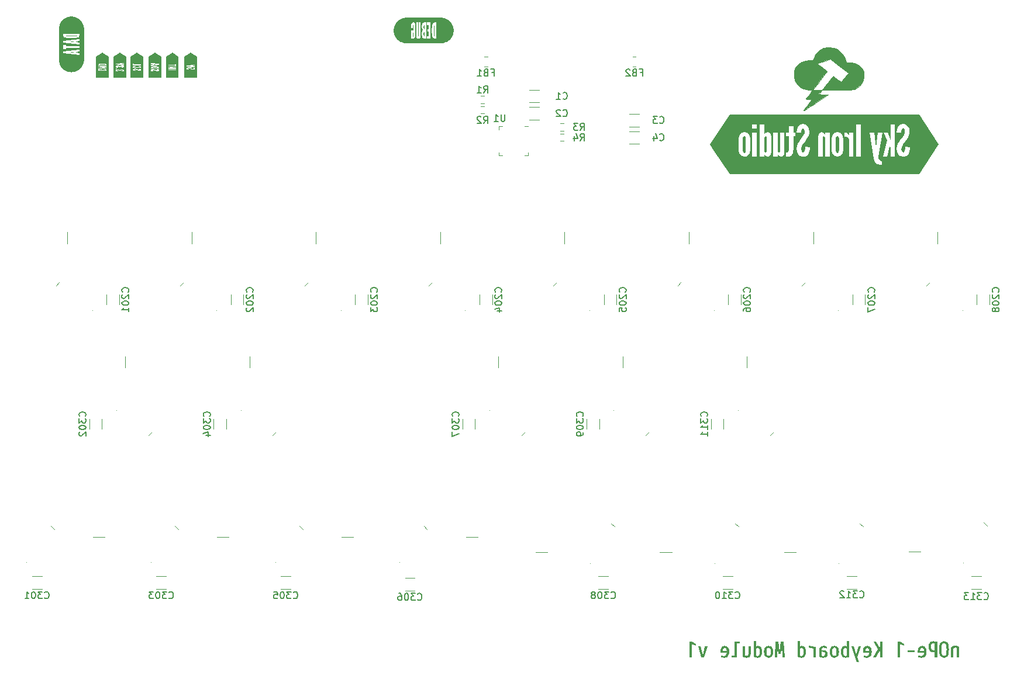
<source format=gbr>
%TF.GenerationSoftware,KiCad,Pcbnew,6.0.9-8da3e8f707~117~ubuntu22.04.1*%
%TF.CreationDate,2022-12-01T14:43:22-05:00*%
%TF.ProjectId,keyboard_matrix,6b657962-6f61-4726-945f-6d6174726978,rev?*%
%TF.SameCoordinates,Original*%
%TF.FileFunction,Legend,Bot*%
%TF.FilePolarity,Positive*%
%FSLAX46Y46*%
G04 Gerber Fmt 4.6, Leading zero omitted, Abs format (unit mm)*
G04 Created by KiCad (PCBNEW 6.0.9-8da3e8f707~117~ubuntu22.04.1) date 2022-12-01 14:43:22*
%MOMM*%
%LPD*%
G01*
G04 APERTURE LIST*
%ADD10C,0.150000*%
%ADD11C,0.010000*%
%ADD12C,0.120000*%
G04 APERTURE END LIST*
D10*
%TO.C,C202*%
X107207142Y-100880952D02*
X107254761Y-100833333D01*
X107302380Y-100690476D01*
X107302380Y-100595238D01*
X107254761Y-100452380D01*
X107159523Y-100357142D01*
X107064285Y-100309523D01*
X106873809Y-100261904D01*
X106730952Y-100261904D01*
X106540476Y-100309523D01*
X106445238Y-100357142D01*
X106350000Y-100452380D01*
X106302380Y-100595238D01*
X106302380Y-100690476D01*
X106350000Y-100833333D01*
X106397619Y-100880952D01*
X106397619Y-101261904D02*
X106350000Y-101309523D01*
X106302380Y-101404761D01*
X106302380Y-101642857D01*
X106350000Y-101738095D01*
X106397619Y-101785714D01*
X106492857Y-101833333D01*
X106588095Y-101833333D01*
X106730952Y-101785714D01*
X107302380Y-101214285D01*
X107302380Y-101833333D01*
X106302380Y-102452380D02*
X106302380Y-102547619D01*
X106350000Y-102642857D01*
X106397619Y-102690476D01*
X106492857Y-102738095D01*
X106683333Y-102785714D01*
X106921428Y-102785714D01*
X107111904Y-102738095D01*
X107207142Y-102690476D01*
X107254761Y-102642857D01*
X107302380Y-102547619D01*
X107302380Y-102452380D01*
X107254761Y-102357142D01*
X107207142Y-102309523D01*
X107111904Y-102261904D01*
X106921428Y-102214285D01*
X106683333Y-102214285D01*
X106492857Y-102261904D01*
X106397619Y-102309523D01*
X106350000Y-102357142D01*
X106302380Y-102452380D01*
X106397619Y-103166666D02*
X106350000Y-103214285D01*
X106302380Y-103309523D01*
X106302380Y-103547619D01*
X106350000Y-103642857D01*
X106397619Y-103690476D01*
X106492857Y-103738095D01*
X106588095Y-103738095D01*
X106730952Y-103690476D01*
X107302380Y-103119047D01*
X107302380Y-103738095D01*
%TO.C,C311*%
X173007142Y-118880952D02*
X173054761Y-118833333D01*
X173102380Y-118690476D01*
X173102380Y-118595238D01*
X173054761Y-118452380D01*
X172959523Y-118357142D01*
X172864285Y-118309523D01*
X172673809Y-118261904D01*
X172530952Y-118261904D01*
X172340476Y-118309523D01*
X172245238Y-118357142D01*
X172150000Y-118452380D01*
X172102380Y-118595238D01*
X172102380Y-118690476D01*
X172150000Y-118833333D01*
X172197619Y-118880952D01*
X172102380Y-119214285D02*
X172102380Y-119833333D01*
X172483333Y-119500000D01*
X172483333Y-119642857D01*
X172530952Y-119738095D01*
X172578571Y-119785714D01*
X172673809Y-119833333D01*
X172911904Y-119833333D01*
X173007142Y-119785714D01*
X173054761Y-119738095D01*
X173102380Y-119642857D01*
X173102380Y-119357142D01*
X173054761Y-119261904D01*
X173007142Y-119214285D01*
X173102380Y-120785714D02*
X173102380Y-120214285D01*
X173102380Y-120500000D02*
X172102380Y-120500000D01*
X172245238Y-120404761D01*
X172340476Y-120309523D01*
X172388095Y-120214285D01*
X173102380Y-121738095D02*
X173102380Y-121166666D01*
X173102380Y-121452380D02*
X172102380Y-121452380D01*
X172245238Y-121357142D01*
X172340476Y-121261904D01*
X172388095Y-121166666D01*
%TO.C,C309*%
X155007142Y-118880952D02*
X155054761Y-118833333D01*
X155102380Y-118690476D01*
X155102380Y-118595238D01*
X155054761Y-118452380D01*
X154959523Y-118357142D01*
X154864285Y-118309523D01*
X154673809Y-118261904D01*
X154530952Y-118261904D01*
X154340476Y-118309523D01*
X154245238Y-118357142D01*
X154150000Y-118452380D01*
X154102380Y-118595238D01*
X154102380Y-118690476D01*
X154150000Y-118833333D01*
X154197619Y-118880952D01*
X154102380Y-119214285D02*
X154102380Y-119833333D01*
X154483333Y-119500000D01*
X154483333Y-119642857D01*
X154530952Y-119738095D01*
X154578571Y-119785714D01*
X154673809Y-119833333D01*
X154911904Y-119833333D01*
X155007142Y-119785714D01*
X155054761Y-119738095D01*
X155102380Y-119642857D01*
X155102380Y-119357142D01*
X155054761Y-119261904D01*
X155007142Y-119214285D01*
X154102380Y-120452380D02*
X154102380Y-120547619D01*
X154150000Y-120642857D01*
X154197619Y-120690476D01*
X154292857Y-120738095D01*
X154483333Y-120785714D01*
X154721428Y-120785714D01*
X154911904Y-120738095D01*
X155007142Y-120690476D01*
X155054761Y-120642857D01*
X155102380Y-120547619D01*
X155102380Y-120452380D01*
X155054761Y-120357142D01*
X155007142Y-120309523D01*
X154911904Y-120261904D01*
X154721428Y-120214285D01*
X154483333Y-120214285D01*
X154292857Y-120261904D01*
X154197619Y-120309523D01*
X154150000Y-120357142D01*
X154102380Y-120452380D01*
X155102380Y-121261904D02*
X155102380Y-121452380D01*
X155054761Y-121547619D01*
X155007142Y-121595238D01*
X154864285Y-121690476D01*
X154673809Y-121738095D01*
X154292857Y-121738095D01*
X154197619Y-121690476D01*
X154150000Y-121642857D01*
X154102380Y-121547619D01*
X154102380Y-121357142D01*
X154150000Y-121261904D01*
X154197619Y-121214285D01*
X154292857Y-121166666D01*
X154530952Y-121166666D01*
X154626190Y-121214285D01*
X154673809Y-121261904D01*
X154721428Y-121357142D01*
X154721428Y-121547619D01*
X154673809Y-121642857D01*
X154626190Y-121690476D01*
X154530952Y-121738095D01*
%TO.C,C306*%
X131119047Y-145457142D02*
X131166666Y-145504761D01*
X131309523Y-145552380D01*
X131404761Y-145552380D01*
X131547619Y-145504761D01*
X131642857Y-145409523D01*
X131690476Y-145314285D01*
X131738095Y-145123809D01*
X131738095Y-144980952D01*
X131690476Y-144790476D01*
X131642857Y-144695238D01*
X131547619Y-144600000D01*
X131404761Y-144552380D01*
X131309523Y-144552380D01*
X131166666Y-144600000D01*
X131119047Y-144647619D01*
X130785714Y-144552380D02*
X130166666Y-144552380D01*
X130500000Y-144933333D01*
X130357142Y-144933333D01*
X130261904Y-144980952D01*
X130214285Y-145028571D01*
X130166666Y-145123809D01*
X130166666Y-145361904D01*
X130214285Y-145457142D01*
X130261904Y-145504761D01*
X130357142Y-145552380D01*
X130642857Y-145552380D01*
X130738095Y-145504761D01*
X130785714Y-145457142D01*
X129547619Y-144552380D02*
X129452380Y-144552380D01*
X129357142Y-144600000D01*
X129309523Y-144647619D01*
X129261904Y-144742857D01*
X129214285Y-144933333D01*
X129214285Y-145171428D01*
X129261904Y-145361904D01*
X129309523Y-145457142D01*
X129357142Y-145504761D01*
X129452380Y-145552380D01*
X129547619Y-145552380D01*
X129642857Y-145504761D01*
X129690476Y-145457142D01*
X129738095Y-145361904D01*
X129785714Y-145171428D01*
X129785714Y-144933333D01*
X129738095Y-144742857D01*
X129690476Y-144647619D01*
X129642857Y-144600000D01*
X129547619Y-144552380D01*
X128357142Y-144552380D02*
X128547619Y-144552380D01*
X128642857Y-144600000D01*
X128690476Y-144647619D01*
X128785714Y-144790476D01*
X128833333Y-144980952D01*
X128833333Y-145361904D01*
X128785714Y-145457142D01*
X128738095Y-145504761D01*
X128642857Y-145552380D01*
X128452380Y-145552380D01*
X128357142Y-145504761D01*
X128309523Y-145457142D01*
X128261904Y-145361904D01*
X128261904Y-145123809D01*
X128309523Y-145028571D01*
X128357142Y-144980952D01*
X128452380Y-144933333D01*
X128642857Y-144933333D01*
X128738095Y-144980952D01*
X128785714Y-145028571D01*
X128833333Y-145123809D01*
%TO.C,C201*%
X89207142Y-100880952D02*
X89254761Y-100833333D01*
X89302380Y-100690476D01*
X89302380Y-100595238D01*
X89254761Y-100452380D01*
X89159523Y-100357142D01*
X89064285Y-100309523D01*
X88873809Y-100261904D01*
X88730952Y-100261904D01*
X88540476Y-100309523D01*
X88445238Y-100357142D01*
X88350000Y-100452380D01*
X88302380Y-100595238D01*
X88302380Y-100690476D01*
X88350000Y-100833333D01*
X88397619Y-100880952D01*
X88397619Y-101261904D02*
X88350000Y-101309523D01*
X88302380Y-101404761D01*
X88302380Y-101642857D01*
X88350000Y-101738095D01*
X88397619Y-101785714D01*
X88492857Y-101833333D01*
X88588095Y-101833333D01*
X88730952Y-101785714D01*
X89302380Y-101214285D01*
X89302380Y-101833333D01*
X88302380Y-102452380D02*
X88302380Y-102547619D01*
X88350000Y-102642857D01*
X88397619Y-102690476D01*
X88492857Y-102738095D01*
X88683333Y-102785714D01*
X88921428Y-102785714D01*
X89111904Y-102738095D01*
X89207142Y-102690476D01*
X89254761Y-102642857D01*
X89302380Y-102547619D01*
X89302380Y-102452380D01*
X89254761Y-102357142D01*
X89207142Y-102309523D01*
X89111904Y-102261904D01*
X88921428Y-102214285D01*
X88683333Y-102214285D01*
X88492857Y-102261904D01*
X88397619Y-102309523D01*
X88350000Y-102357142D01*
X88302380Y-102452380D01*
X89302380Y-103738095D02*
X89302380Y-103166666D01*
X89302380Y-103452380D02*
X88302380Y-103452380D01*
X88445238Y-103357142D01*
X88540476Y-103261904D01*
X88588095Y-103166666D01*
%TO.C,C4*%
X166166666Y-78857142D02*
X166214285Y-78904761D01*
X166357142Y-78952380D01*
X166452380Y-78952380D01*
X166595238Y-78904761D01*
X166690476Y-78809523D01*
X166738095Y-78714285D01*
X166785714Y-78523809D01*
X166785714Y-78380952D01*
X166738095Y-78190476D01*
X166690476Y-78095238D01*
X166595238Y-78000000D01*
X166452380Y-77952380D01*
X166357142Y-77952380D01*
X166214285Y-78000000D01*
X166166666Y-78047619D01*
X165309523Y-78285714D02*
X165309523Y-78952380D01*
X165547619Y-77904761D02*
X165785714Y-78619047D01*
X165166666Y-78619047D01*
%TO.C,C310*%
X177119047Y-145207142D02*
X177166666Y-145254761D01*
X177309523Y-145302380D01*
X177404761Y-145302380D01*
X177547619Y-145254761D01*
X177642857Y-145159523D01*
X177690476Y-145064285D01*
X177738095Y-144873809D01*
X177738095Y-144730952D01*
X177690476Y-144540476D01*
X177642857Y-144445238D01*
X177547619Y-144350000D01*
X177404761Y-144302380D01*
X177309523Y-144302380D01*
X177166666Y-144350000D01*
X177119047Y-144397619D01*
X176785714Y-144302380D02*
X176166666Y-144302380D01*
X176500000Y-144683333D01*
X176357142Y-144683333D01*
X176261904Y-144730952D01*
X176214285Y-144778571D01*
X176166666Y-144873809D01*
X176166666Y-145111904D01*
X176214285Y-145207142D01*
X176261904Y-145254761D01*
X176357142Y-145302380D01*
X176642857Y-145302380D01*
X176738095Y-145254761D01*
X176785714Y-145207142D01*
X175214285Y-145302380D02*
X175785714Y-145302380D01*
X175500000Y-145302380D02*
X175500000Y-144302380D01*
X175595238Y-144445238D01*
X175690476Y-144540476D01*
X175785714Y-144588095D01*
X174595238Y-144302380D02*
X174500000Y-144302380D01*
X174404761Y-144350000D01*
X174357142Y-144397619D01*
X174309523Y-144492857D01*
X174261904Y-144683333D01*
X174261904Y-144921428D01*
X174309523Y-145111904D01*
X174357142Y-145207142D01*
X174404761Y-145254761D01*
X174500000Y-145302380D01*
X174595238Y-145302380D01*
X174690476Y-145254761D01*
X174738095Y-145207142D01*
X174785714Y-145111904D01*
X174833333Y-144921428D01*
X174833333Y-144683333D01*
X174785714Y-144492857D01*
X174738095Y-144397619D01*
X174690476Y-144350000D01*
X174595238Y-144302380D01*
%TO.C,R2*%
X140666666Y-76452380D02*
X141000000Y-75976190D01*
X141238095Y-76452380D02*
X141238095Y-75452380D01*
X140857142Y-75452380D01*
X140761904Y-75500000D01*
X140714285Y-75547619D01*
X140666666Y-75642857D01*
X140666666Y-75785714D01*
X140714285Y-75880952D01*
X140761904Y-75928571D01*
X140857142Y-75976190D01*
X141238095Y-75976190D01*
X140285714Y-75547619D02*
X140238095Y-75500000D01*
X140142857Y-75452380D01*
X139904761Y-75452380D01*
X139809523Y-75500000D01*
X139761904Y-75547619D01*
X139714285Y-75642857D01*
X139714285Y-75738095D01*
X139761904Y-75880952D01*
X140333333Y-76452380D01*
X139714285Y-76452380D01*
%TO.C,C2*%
X152166666Y-75357142D02*
X152214285Y-75404761D01*
X152357142Y-75452380D01*
X152452380Y-75452380D01*
X152595238Y-75404761D01*
X152690476Y-75309523D01*
X152738095Y-75214285D01*
X152785714Y-75023809D01*
X152785714Y-74880952D01*
X152738095Y-74690476D01*
X152690476Y-74595238D01*
X152595238Y-74500000D01*
X152452380Y-74452380D01*
X152357142Y-74452380D01*
X152214285Y-74500000D01*
X152166666Y-74547619D01*
X151785714Y-74547619D02*
X151738095Y-74500000D01*
X151642857Y-74452380D01*
X151404761Y-74452380D01*
X151309523Y-74500000D01*
X151261904Y-74547619D01*
X151214285Y-74642857D01*
X151214285Y-74738095D01*
X151261904Y-74880952D01*
X151833333Y-75452380D01*
X151214285Y-75452380D01*
%TO.C,C307*%
X137007142Y-118880952D02*
X137054761Y-118833333D01*
X137102380Y-118690476D01*
X137102380Y-118595238D01*
X137054761Y-118452380D01*
X136959523Y-118357142D01*
X136864285Y-118309523D01*
X136673809Y-118261904D01*
X136530952Y-118261904D01*
X136340476Y-118309523D01*
X136245238Y-118357142D01*
X136150000Y-118452380D01*
X136102380Y-118595238D01*
X136102380Y-118690476D01*
X136150000Y-118833333D01*
X136197619Y-118880952D01*
X136102380Y-119214285D02*
X136102380Y-119833333D01*
X136483333Y-119500000D01*
X136483333Y-119642857D01*
X136530952Y-119738095D01*
X136578571Y-119785714D01*
X136673809Y-119833333D01*
X136911904Y-119833333D01*
X137007142Y-119785714D01*
X137054761Y-119738095D01*
X137102380Y-119642857D01*
X137102380Y-119357142D01*
X137054761Y-119261904D01*
X137007142Y-119214285D01*
X136102380Y-120452380D02*
X136102380Y-120547619D01*
X136150000Y-120642857D01*
X136197619Y-120690476D01*
X136292857Y-120738095D01*
X136483333Y-120785714D01*
X136721428Y-120785714D01*
X136911904Y-120738095D01*
X137007142Y-120690476D01*
X137054761Y-120642857D01*
X137102380Y-120547619D01*
X137102380Y-120452380D01*
X137054761Y-120357142D01*
X137007142Y-120309523D01*
X136911904Y-120261904D01*
X136721428Y-120214285D01*
X136483333Y-120214285D01*
X136292857Y-120261904D01*
X136197619Y-120309523D01*
X136150000Y-120357142D01*
X136102380Y-120452380D01*
X136102380Y-121119047D02*
X136102380Y-121785714D01*
X137102380Y-121357142D01*
%TO.C,FB1*%
X141833333Y-69078571D02*
X142166666Y-69078571D01*
X142166666Y-69602380D02*
X142166666Y-68602380D01*
X141690476Y-68602380D01*
X140976190Y-69078571D02*
X140833333Y-69126190D01*
X140785714Y-69173809D01*
X140738095Y-69269047D01*
X140738095Y-69411904D01*
X140785714Y-69507142D01*
X140833333Y-69554761D01*
X140928571Y-69602380D01*
X141309523Y-69602380D01*
X141309523Y-68602380D01*
X140976190Y-68602380D01*
X140880952Y-68650000D01*
X140833333Y-68697619D01*
X140785714Y-68792857D01*
X140785714Y-68888095D01*
X140833333Y-68983333D01*
X140880952Y-69030952D01*
X140976190Y-69078571D01*
X141309523Y-69078571D01*
X139785714Y-69602380D02*
X140357142Y-69602380D01*
X140071428Y-69602380D02*
X140071428Y-68602380D01*
X140166666Y-68745238D01*
X140261904Y-68840476D01*
X140357142Y-68888095D01*
%TO.C,C203*%
X125207142Y-100880952D02*
X125254761Y-100833333D01*
X125302380Y-100690476D01*
X125302380Y-100595238D01*
X125254761Y-100452380D01*
X125159523Y-100357142D01*
X125064285Y-100309523D01*
X124873809Y-100261904D01*
X124730952Y-100261904D01*
X124540476Y-100309523D01*
X124445238Y-100357142D01*
X124350000Y-100452380D01*
X124302380Y-100595238D01*
X124302380Y-100690476D01*
X124350000Y-100833333D01*
X124397619Y-100880952D01*
X124397619Y-101261904D02*
X124350000Y-101309523D01*
X124302380Y-101404761D01*
X124302380Y-101642857D01*
X124350000Y-101738095D01*
X124397619Y-101785714D01*
X124492857Y-101833333D01*
X124588095Y-101833333D01*
X124730952Y-101785714D01*
X125302380Y-101214285D01*
X125302380Y-101833333D01*
X124302380Y-102452380D02*
X124302380Y-102547619D01*
X124350000Y-102642857D01*
X124397619Y-102690476D01*
X124492857Y-102738095D01*
X124683333Y-102785714D01*
X124921428Y-102785714D01*
X125111904Y-102738095D01*
X125207142Y-102690476D01*
X125254761Y-102642857D01*
X125302380Y-102547619D01*
X125302380Y-102452380D01*
X125254761Y-102357142D01*
X125207142Y-102309523D01*
X125111904Y-102261904D01*
X124921428Y-102214285D01*
X124683333Y-102214285D01*
X124492857Y-102261904D01*
X124397619Y-102309523D01*
X124350000Y-102357142D01*
X124302380Y-102452380D01*
X124302380Y-103119047D02*
X124302380Y-103738095D01*
X124683333Y-103404761D01*
X124683333Y-103547619D01*
X124730952Y-103642857D01*
X124778571Y-103690476D01*
X124873809Y-103738095D01*
X125111904Y-103738095D01*
X125207142Y-103690476D01*
X125254761Y-103642857D01*
X125302380Y-103547619D01*
X125302380Y-103261904D01*
X125254761Y-103166666D01*
X125207142Y-103119047D01*
%TO.C,C204*%
X143207142Y-100880952D02*
X143254761Y-100833333D01*
X143302380Y-100690476D01*
X143302380Y-100595238D01*
X143254761Y-100452380D01*
X143159523Y-100357142D01*
X143064285Y-100309523D01*
X142873809Y-100261904D01*
X142730952Y-100261904D01*
X142540476Y-100309523D01*
X142445238Y-100357142D01*
X142350000Y-100452380D01*
X142302380Y-100595238D01*
X142302380Y-100690476D01*
X142350000Y-100833333D01*
X142397619Y-100880952D01*
X142397619Y-101261904D02*
X142350000Y-101309523D01*
X142302380Y-101404761D01*
X142302380Y-101642857D01*
X142350000Y-101738095D01*
X142397619Y-101785714D01*
X142492857Y-101833333D01*
X142588095Y-101833333D01*
X142730952Y-101785714D01*
X143302380Y-101214285D01*
X143302380Y-101833333D01*
X142302380Y-102452380D02*
X142302380Y-102547619D01*
X142350000Y-102642857D01*
X142397619Y-102690476D01*
X142492857Y-102738095D01*
X142683333Y-102785714D01*
X142921428Y-102785714D01*
X143111904Y-102738095D01*
X143207142Y-102690476D01*
X143254761Y-102642857D01*
X143302380Y-102547619D01*
X143302380Y-102452380D01*
X143254761Y-102357142D01*
X143207142Y-102309523D01*
X143111904Y-102261904D01*
X142921428Y-102214285D01*
X142683333Y-102214285D01*
X142492857Y-102261904D01*
X142397619Y-102309523D01*
X142350000Y-102357142D01*
X142302380Y-102452380D01*
X142635714Y-103642857D02*
X143302380Y-103642857D01*
X142254761Y-103404761D02*
X142969047Y-103166666D01*
X142969047Y-103785714D01*
%TO.C,C305*%
X113119047Y-145207142D02*
X113166666Y-145254761D01*
X113309523Y-145302380D01*
X113404761Y-145302380D01*
X113547619Y-145254761D01*
X113642857Y-145159523D01*
X113690476Y-145064285D01*
X113738095Y-144873809D01*
X113738095Y-144730952D01*
X113690476Y-144540476D01*
X113642857Y-144445238D01*
X113547619Y-144350000D01*
X113404761Y-144302380D01*
X113309523Y-144302380D01*
X113166666Y-144350000D01*
X113119047Y-144397619D01*
X112785714Y-144302380D02*
X112166666Y-144302380D01*
X112500000Y-144683333D01*
X112357142Y-144683333D01*
X112261904Y-144730952D01*
X112214285Y-144778571D01*
X112166666Y-144873809D01*
X112166666Y-145111904D01*
X112214285Y-145207142D01*
X112261904Y-145254761D01*
X112357142Y-145302380D01*
X112642857Y-145302380D01*
X112738095Y-145254761D01*
X112785714Y-145207142D01*
X111547619Y-144302380D02*
X111452380Y-144302380D01*
X111357142Y-144350000D01*
X111309523Y-144397619D01*
X111261904Y-144492857D01*
X111214285Y-144683333D01*
X111214285Y-144921428D01*
X111261904Y-145111904D01*
X111309523Y-145207142D01*
X111357142Y-145254761D01*
X111452380Y-145302380D01*
X111547619Y-145302380D01*
X111642857Y-145254761D01*
X111690476Y-145207142D01*
X111738095Y-145111904D01*
X111785714Y-144921428D01*
X111785714Y-144683333D01*
X111738095Y-144492857D01*
X111690476Y-144397619D01*
X111642857Y-144350000D01*
X111547619Y-144302380D01*
X110309523Y-144302380D02*
X110785714Y-144302380D01*
X110833333Y-144778571D01*
X110785714Y-144730952D01*
X110690476Y-144683333D01*
X110452380Y-144683333D01*
X110357142Y-144730952D01*
X110309523Y-144778571D01*
X110261904Y-144873809D01*
X110261904Y-145111904D01*
X110309523Y-145207142D01*
X110357142Y-145254761D01*
X110452380Y-145302380D01*
X110690476Y-145302380D01*
X110785714Y-145254761D01*
X110833333Y-145207142D01*
%TO.C,C205*%
X161207142Y-100880952D02*
X161254761Y-100833333D01*
X161302380Y-100690476D01*
X161302380Y-100595238D01*
X161254761Y-100452380D01*
X161159523Y-100357142D01*
X161064285Y-100309523D01*
X160873809Y-100261904D01*
X160730952Y-100261904D01*
X160540476Y-100309523D01*
X160445238Y-100357142D01*
X160350000Y-100452380D01*
X160302380Y-100595238D01*
X160302380Y-100690476D01*
X160350000Y-100833333D01*
X160397619Y-100880952D01*
X160397619Y-101261904D02*
X160350000Y-101309523D01*
X160302380Y-101404761D01*
X160302380Y-101642857D01*
X160350000Y-101738095D01*
X160397619Y-101785714D01*
X160492857Y-101833333D01*
X160588095Y-101833333D01*
X160730952Y-101785714D01*
X161302380Y-101214285D01*
X161302380Y-101833333D01*
X160302380Y-102452380D02*
X160302380Y-102547619D01*
X160350000Y-102642857D01*
X160397619Y-102690476D01*
X160492857Y-102738095D01*
X160683333Y-102785714D01*
X160921428Y-102785714D01*
X161111904Y-102738095D01*
X161207142Y-102690476D01*
X161254761Y-102642857D01*
X161302380Y-102547619D01*
X161302380Y-102452380D01*
X161254761Y-102357142D01*
X161207142Y-102309523D01*
X161111904Y-102261904D01*
X160921428Y-102214285D01*
X160683333Y-102214285D01*
X160492857Y-102261904D01*
X160397619Y-102309523D01*
X160350000Y-102357142D01*
X160302380Y-102452380D01*
X160302380Y-103690476D02*
X160302380Y-103214285D01*
X160778571Y-103166666D01*
X160730952Y-103214285D01*
X160683333Y-103309523D01*
X160683333Y-103547619D01*
X160730952Y-103642857D01*
X160778571Y-103690476D01*
X160873809Y-103738095D01*
X161111904Y-103738095D01*
X161207142Y-103690476D01*
X161254761Y-103642857D01*
X161302380Y-103547619D01*
X161302380Y-103309523D01*
X161254761Y-103214285D01*
X161207142Y-103166666D01*
%TO.C,C1*%
X152166666Y-72857142D02*
X152214285Y-72904761D01*
X152357142Y-72952380D01*
X152452380Y-72952380D01*
X152595238Y-72904761D01*
X152690476Y-72809523D01*
X152738095Y-72714285D01*
X152785714Y-72523809D01*
X152785714Y-72380952D01*
X152738095Y-72190476D01*
X152690476Y-72095238D01*
X152595238Y-72000000D01*
X152452380Y-71952380D01*
X152357142Y-71952380D01*
X152214285Y-72000000D01*
X152166666Y-72047619D01*
X151214285Y-72952380D02*
X151785714Y-72952380D01*
X151500000Y-72952380D02*
X151500000Y-71952380D01*
X151595238Y-72095238D01*
X151690476Y-72190476D01*
X151785714Y-72238095D01*
%TO.C,C308*%
X159119047Y-145207142D02*
X159166666Y-145254761D01*
X159309523Y-145302380D01*
X159404761Y-145302380D01*
X159547619Y-145254761D01*
X159642857Y-145159523D01*
X159690476Y-145064285D01*
X159738095Y-144873809D01*
X159738095Y-144730952D01*
X159690476Y-144540476D01*
X159642857Y-144445238D01*
X159547619Y-144350000D01*
X159404761Y-144302380D01*
X159309523Y-144302380D01*
X159166666Y-144350000D01*
X159119047Y-144397619D01*
X158785714Y-144302380D02*
X158166666Y-144302380D01*
X158500000Y-144683333D01*
X158357142Y-144683333D01*
X158261904Y-144730952D01*
X158214285Y-144778571D01*
X158166666Y-144873809D01*
X158166666Y-145111904D01*
X158214285Y-145207142D01*
X158261904Y-145254761D01*
X158357142Y-145302380D01*
X158642857Y-145302380D01*
X158738095Y-145254761D01*
X158785714Y-145207142D01*
X157547619Y-144302380D02*
X157452380Y-144302380D01*
X157357142Y-144350000D01*
X157309523Y-144397619D01*
X157261904Y-144492857D01*
X157214285Y-144683333D01*
X157214285Y-144921428D01*
X157261904Y-145111904D01*
X157309523Y-145207142D01*
X157357142Y-145254761D01*
X157452380Y-145302380D01*
X157547619Y-145302380D01*
X157642857Y-145254761D01*
X157690476Y-145207142D01*
X157738095Y-145111904D01*
X157785714Y-144921428D01*
X157785714Y-144683333D01*
X157738095Y-144492857D01*
X157690476Y-144397619D01*
X157642857Y-144350000D01*
X157547619Y-144302380D01*
X156642857Y-144730952D02*
X156738095Y-144683333D01*
X156785714Y-144635714D01*
X156833333Y-144540476D01*
X156833333Y-144492857D01*
X156785714Y-144397619D01*
X156738095Y-144350000D01*
X156642857Y-144302380D01*
X156452380Y-144302380D01*
X156357142Y-144350000D01*
X156309523Y-144397619D01*
X156261904Y-144492857D01*
X156261904Y-144540476D01*
X156309523Y-144635714D01*
X156357142Y-144683333D01*
X156452380Y-144730952D01*
X156642857Y-144730952D01*
X156738095Y-144778571D01*
X156785714Y-144826190D01*
X156833333Y-144921428D01*
X156833333Y-145111904D01*
X156785714Y-145207142D01*
X156738095Y-145254761D01*
X156642857Y-145302380D01*
X156452380Y-145302380D01*
X156357142Y-145254761D01*
X156309523Y-145207142D01*
X156261904Y-145111904D01*
X156261904Y-144921428D01*
X156309523Y-144826190D01*
X156357142Y-144778571D01*
X156452380Y-144730952D01*
%TO.C,C304*%
X101007142Y-118880952D02*
X101054761Y-118833333D01*
X101102380Y-118690476D01*
X101102380Y-118595238D01*
X101054761Y-118452380D01*
X100959523Y-118357142D01*
X100864285Y-118309523D01*
X100673809Y-118261904D01*
X100530952Y-118261904D01*
X100340476Y-118309523D01*
X100245238Y-118357142D01*
X100150000Y-118452380D01*
X100102380Y-118595238D01*
X100102380Y-118690476D01*
X100150000Y-118833333D01*
X100197619Y-118880952D01*
X100102380Y-119214285D02*
X100102380Y-119833333D01*
X100483333Y-119500000D01*
X100483333Y-119642857D01*
X100530952Y-119738095D01*
X100578571Y-119785714D01*
X100673809Y-119833333D01*
X100911904Y-119833333D01*
X101007142Y-119785714D01*
X101054761Y-119738095D01*
X101102380Y-119642857D01*
X101102380Y-119357142D01*
X101054761Y-119261904D01*
X101007142Y-119214285D01*
X100102380Y-120452380D02*
X100102380Y-120547619D01*
X100150000Y-120642857D01*
X100197619Y-120690476D01*
X100292857Y-120738095D01*
X100483333Y-120785714D01*
X100721428Y-120785714D01*
X100911904Y-120738095D01*
X101007142Y-120690476D01*
X101054761Y-120642857D01*
X101102380Y-120547619D01*
X101102380Y-120452380D01*
X101054761Y-120357142D01*
X101007142Y-120309523D01*
X100911904Y-120261904D01*
X100721428Y-120214285D01*
X100483333Y-120214285D01*
X100292857Y-120261904D01*
X100197619Y-120309523D01*
X100150000Y-120357142D01*
X100102380Y-120452380D01*
X100435714Y-121642857D02*
X101102380Y-121642857D01*
X100054761Y-121404761D02*
X100769047Y-121166666D01*
X100769047Y-121785714D01*
%TO.C,U1*%
X143761904Y-75152380D02*
X143761904Y-75961904D01*
X143714285Y-76057142D01*
X143666666Y-76104761D01*
X143571428Y-76152380D01*
X143380952Y-76152380D01*
X143285714Y-76104761D01*
X143238095Y-76057142D01*
X143190476Y-75961904D01*
X143190476Y-75152380D01*
X142190476Y-76152380D02*
X142761904Y-76152380D01*
X142476190Y-76152380D02*
X142476190Y-75152380D01*
X142571428Y-75295238D01*
X142666666Y-75390476D01*
X142761904Y-75438095D01*
%TO.C,R3*%
X154666666Y-77452380D02*
X155000000Y-76976190D01*
X155238095Y-77452380D02*
X155238095Y-76452380D01*
X154857142Y-76452380D01*
X154761904Y-76500000D01*
X154714285Y-76547619D01*
X154666666Y-76642857D01*
X154666666Y-76785714D01*
X154714285Y-76880952D01*
X154761904Y-76928571D01*
X154857142Y-76976190D01*
X155238095Y-76976190D01*
X154333333Y-76452380D02*
X153714285Y-76452380D01*
X154047619Y-76833333D01*
X153904761Y-76833333D01*
X153809523Y-76880952D01*
X153761904Y-76928571D01*
X153714285Y-77023809D01*
X153714285Y-77261904D01*
X153761904Y-77357142D01*
X153809523Y-77404761D01*
X153904761Y-77452380D01*
X154190476Y-77452380D01*
X154285714Y-77404761D01*
X154333333Y-77357142D01*
%TO.C,C302*%
X83007142Y-118880952D02*
X83054761Y-118833333D01*
X83102380Y-118690476D01*
X83102380Y-118595238D01*
X83054761Y-118452380D01*
X82959523Y-118357142D01*
X82864285Y-118309523D01*
X82673809Y-118261904D01*
X82530952Y-118261904D01*
X82340476Y-118309523D01*
X82245238Y-118357142D01*
X82150000Y-118452380D01*
X82102380Y-118595238D01*
X82102380Y-118690476D01*
X82150000Y-118833333D01*
X82197619Y-118880952D01*
X82102380Y-119214285D02*
X82102380Y-119833333D01*
X82483333Y-119500000D01*
X82483333Y-119642857D01*
X82530952Y-119738095D01*
X82578571Y-119785714D01*
X82673809Y-119833333D01*
X82911904Y-119833333D01*
X83007142Y-119785714D01*
X83054761Y-119738095D01*
X83102380Y-119642857D01*
X83102380Y-119357142D01*
X83054761Y-119261904D01*
X83007142Y-119214285D01*
X82102380Y-120452380D02*
X82102380Y-120547619D01*
X82150000Y-120642857D01*
X82197619Y-120690476D01*
X82292857Y-120738095D01*
X82483333Y-120785714D01*
X82721428Y-120785714D01*
X82911904Y-120738095D01*
X83007142Y-120690476D01*
X83054761Y-120642857D01*
X83102380Y-120547619D01*
X83102380Y-120452380D01*
X83054761Y-120357142D01*
X83007142Y-120309523D01*
X82911904Y-120261904D01*
X82721428Y-120214285D01*
X82483333Y-120214285D01*
X82292857Y-120261904D01*
X82197619Y-120309523D01*
X82150000Y-120357142D01*
X82102380Y-120452380D01*
X82197619Y-121166666D02*
X82150000Y-121214285D01*
X82102380Y-121309523D01*
X82102380Y-121547619D01*
X82150000Y-121642857D01*
X82197619Y-121690476D01*
X82292857Y-121738095D01*
X82388095Y-121738095D01*
X82530952Y-121690476D01*
X83102380Y-121119047D01*
X83102380Y-121738095D01*
%TO.C,R1*%
X140686666Y-72022380D02*
X141020000Y-71546190D01*
X141258095Y-72022380D02*
X141258095Y-71022380D01*
X140877142Y-71022380D01*
X140781904Y-71070000D01*
X140734285Y-71117619D01*
X140686666Y-71212857D01*
X140686666Y-71355714D01*
X140734285Y-71450952D01*
X140781904Y-71498571D01*
X140877142Y-71546190D01*
X141258095Y-71546190D01*
X139734285Y-72022380D02*
X140305714Y-72022380D01*
X140020000Y-72022380D02*
X140020000Y-71022380D01*
X140115238Y-71165238D01*
X140210476Y-71260476D01*
X140305714Y-71308095D01*
%TO.C,C303*%
X95119047Y-145207142D02*
X95166666Y-145254761D01*
X95309523Y-145302380D01*
X95404761Y-145302380D01*
X95547619Y-145254761D01*
X95642857Y-145159523D01*
X95690476Y-145064285D01*
X95738095Y-144873809D01*
X95738095Y-144730952D01*
X95690476Y-144540476D01*
X95642857Y-144445238D01*
X95547619Y-144350000D01*
X95404761Y-144302380D01*
X95309523Y-144302380D01*
X95166666Y-144350000D01*
X95119047Y-144397619D01*
X94785714Y-144302380D02*
X94166666Y-144302380D01*
X94500000Y-144683333D01*
X94357142Y-144683333D01*
X94261904Y-144730952D01*
X94214285Y-144778571D01*
X94166666Y-144873809D01*
X94166666Y-145111904D01*
X94214285Y-145207142D01*
X94261904Y-145254761D01*
X94357142Y-145302380D01*
X94642857Y-145302380D01*
X94738095Y-145254761D01*
X94785714Y-145207142D01*
X93547619Y-144302380D02*
X93452380Y-144302380D01*
X93357142Y-144350000D01*
X93309523Y-144397619D01*
X93261904Y-144492857D01*
X93214285Y-144683333D01*
X93214285Y-144921428D01*
X93261904Y-145111904D01*
X93309523Y-145207142D01*
X93357142Y-145254761D01*
X93452380Y-145302380D01*
X93547619Y-145302380D01*
X93642857Y-145254761D01*
X93690476Y-145207142D01*
X93738095Y-145111904D01*
X93785714Y-144921428D01*
X93785714Y-144683333D01*
X93738095Y-144492857D01*
X93690476Y-144397619D01*
X93642857Y-144350000D01*
X93547619Y-144302380D01*
X92880952Y-144302380D02*
X92261904Y-144302380D01*
X92595238Y-144683333D01*
X92452380Y-144683333D01*
X92357142Y-144730952D01*
X92309523Y-144778571D01*
X92261904Y-144873809D01*
X92261904Y-145111904D01*
X92309523Y-145207142D01*
X92357142Y-145254761D01*
X92452380Y-145302380D01*
X92738095Y-145302380D01*
X92833333Y-145254761D01*
X92880952Y-145207142D01*
%TO.C,C3*%
X166166666Y-76357142D02*
X166214285Y-76404761D01*
X166357142Y-76452380D01*
X166452380Y-76452380D01*
X166595238Y-76404761D01*
X166690476Y-76309523D01*
X166738095Y-76214285D01*
X166785714Y-76023809D01*
X166785714Y-75880952D01*
X166738095Y-75690476D01*
X166690476Y-75595238D01*
X166595238Y-75500000D01*
X166452380Y-75452380D01*
X166357142Y-75452380D01*
X166214285Y-75500000D01*
X166166666Y-75547619D01*
X165833333Y-75452380D02*
X165214285Y-75452380D01*
X165547619Y-75833333D01*
X165404761Y-75833333D01*
X165309523Y-75880952D01*
X165261904Y-75928571D01*
X165214285Y-76023809D01*
X165214285Y-76261904D01*
X165261904Y-76357142D01*
X165309523Y-76404761D01*
X165404761Y-76452380D01*
X165690476Y-76452380D01*
X165785714Y-76404761D01*
X165833333Y-76357142D01*
%TO.C,C206*%
X179207142Y-100880952D02*
X179254761Y-100833333D01*
X179302380Y-100690476D01*
X179302380Y-100595238D01*
X179254761Y-100452380D01*
X179159523Y-100357142D01*
X179064285Y-100309523D01*
X178873809Y-100261904D01*
X178730952Y-100261904D01*
X178540476Y-100309523D01*
X178445238Y-100357142D01*
X178350000Y-100452380D01*
X178302380Y-100595238D01*
X178302380Y-100690476D01*
X178350000Y-100833333D01*
X178397619Y-100880952D01*
X178397619Y-101261904D02*
X178350000Y-101309523D01*
X178302380Y-101404761D01*
X178302380Y-101642857D01*
X178350000Y-101738095D01*
X178397619Y-101785714D01*
X178492857Y-101833333D01*
X178588095Y-101833333D01*
X178730952Y-101785714D01*
X179302380Y-101214285D01*
X179302380Y-101833333D01*
X178302380Y-102452380D02*
X178302380Y-102547619D01*
X178350000Y-102642857D01*
X178397619Y-102690476D01*
X178492857Y-102738095D01*
X178683333Y-102785714D01*
X178921428Y-102785714D01*
X179111904Y-102738095D01*
X179207142Y-102690476D01*
X179254761Y-102642857D01*
X179302380Y-102547619D01*
X179302380Y-102452380D01*
X179254761Y-102357142D01*
X179207142Y-102309523D01*
X179111904Y-102261904D01*
X178921428Y-102214285D01*
X178683333Y-102214285D01*
X178492857Y-102261904D01*
X178397619Y-102309523D01*
X178350000Y-102357142D01*
X178302380Y-102452380D01*
X178302380Y-103642857D02*
X178302380Y-103452380D01*
X178350000Y-103357142D01*
X178397619Y-103309523D01*
X178540476Y-103214285D01*
X178730952Y-103166666D01*
X179111904Y-103166666D01*
X179207142Y-103214285D01*
X179254761Y-103261904D01*
X179302380Y-103357142D01*
X179302380Y-103547619D01*
X179254761Y-103642857D01*
X179207142Y-103690476D01*
X179111904Y-103738095D01*
X178873809Y-103738095D01*
X178778571Y-103690476D01*
X178730952Y-103642857D01*
X178683333Y-103547619D01*
X178683333Y-103357142D01*
X178730952Y-103261904D01*
X178778571Y-103214285D01*
X178873809Y-103166666D01*
%TO.C,R4*%
X154666666Y-78952380D02*
X155000000Y-78476190D01*
X155238095Y-78952380D02*
X155238095Y-77952380D01*
X154857142Y-77952380D01*
X154761904Y-78000000D01*
X154714285Y-78047619D01*
X154666666Y-78142857D01*
X154666666Y-78285714D01*
X154714285Y-78380952D01*
X154761904Y-78428571D01*
X154857142Y-78476190D01*
X155238095Y-78476190D01*
X153809523Y-78285714D02*
X153809523Y-78952380D01*
X154047619Y-77904761D02*
X154285714Y-78619047D01*
X153666666Y-78619047D01*
%TO.C,C312*%
X195119047Y-145107142D02*
X195166666Y-145154761D01*
X195309523Y-145202380D01*
X195404761Y-145202380D01*
X195547619Y-145154761D01*
X195642857Y-145059523D01*
X195690476Y-144964285D01*
X195738095Y-144773809D01*
X195738095Y-144630952D01*
X195690476Y-144440476D01*
X195642857Y-144345238D01*
X195547619Y-144250000D01*
X195404761Y-144202380D01*
X195309523Y-144202380D01*
X195166666Y-144250000D01*
X195119047Y-144297619D01*
X194785714Y-144202380D02*
X194166666Y-144202380D01*
X194500000Y-144583333D01*
X194357142Y-144583333D01*
X194261904Y-144630952D01*
X194214285Y-144678571D01*
X194166666Y-144773809D01*
X194166666Y-145011904D01*
X194214285Y-145107142D01*
X194261904Y-145154761D01*
X194357142Y-145202380D01*
X194642857Y-145202380D01*
X194738095Y-145154761D01*
X194785714Y-145107142D01*
X193214285Y-145202380D02*
X193785714Y-145202380D01*
X193500000Y-145202380D02*
X193500000Y-144202380D01*
X193595238Y-144345238D01*
X193690476Y-144440476D01*
X193785714Y-144488095D01*
X192833333Y-144297619D02*
X192785714Y-144250000D01*
X192690476Y-144202380D01*
X192452380Y-144202380D01*
X192357142Y-144250000D01*
X192309523Y-144297619D01*
X192261904Y-144392857D01*
X192261904Y-144488095D01*
X192309523Y-144630952D01*
X192880952Y-145202380D01*
X192261904Y-145202380D01*
%TO.C,C208*%
X215207142Y-100880952D02*
X215254761Y-100833333D01*
X215302380Y-100690476D01*
X215302380Y-100595238D01*
X215254761Y-100452380D01*
X215159523Y-100357142D01*
X215064285Y-100309523D01*
X214873809Y-100261904D01*
X214730952Y-100261904D01*
X214540476Y-100309523D01*
X214445238Y-100357142D01*
X214350000Y-100452380D01*
X214302380Y-100595238D01*
X214302380Y-100690476D01*
X214350000Y-100833333D01*
X214397619Y-100880952D01*
X214397619Y-101261904D02*
X214350000Y-101309523D01*
X214302380Y-101404761D01*
X214302380Y-101642857D01*
X214350000Y-101738095D01*
X214397619Y-101785714D01*
X214492857Y-101833333D01*
X214588095Y-101833333D01*
X214730952Y-101785714D01*
X215302380Y-101214285D01*
X215302380Y-101833333D01*
X214302380Y-102452380D02*
X214302380Y-102547619D01*
X214350000Y-102642857D01*
X214397619Y-102690476D01*
X214492857Y-102738095D01*
X214683333Y-102785714D01*
X214921428Y-102785714D01*
X215111904Y-102738095D01*
X215207142Y-102690476D01*
X215254761Y-102642857D01*
X215302380Y-102547619D01*
X215302380Y-102452380D01*
X215254761Y-102357142D01*
X215207142Y-102309523D01*
X215111904Y-102261904D01*
X214921428Y-102214285D01*
X214683333Y-102214285D01*
X214492857Y-102261904D01*
X214397619Y-102309523D01*
X214350000Y-102357142D01*
X214302380Y-102452380D01*
X214730952Y-103357142D02*
X214683333Y-103261904D01*
X214635714Y-103214285D01*
X214540476Y-103166666D01*
X214492857Y-103166666D01*
X214397619Y-103214285D01*
X214350000Y-103261904D01*
X214302380Y-103357142D01*
X214302380Y-103547619D01*
X214350000Y-103642857D01*
X214397619Y-103690476D01*
X214492857Y-103738095D01*
X214540476Y-103738095D01*
X214635714Y-103690476D01*
X214683333Y-103642857D01*
X214730952Y-103547619D01*
X214730952Y-103357142D01*
X214778571Y-103261904D01*
X214826190Y-103214285D01*
X214921428Y-103166666D01*
X215111904Y-103166666D01*
X215207142Y-103214285D01*
X215254761Y-103261904D01*
X215302380Y-103357142D01*
X215302380Y-103547619D01*
X215254761Y-103642857D01*
X215207142Y-103690476D01*
X215111904Y-103738095D01*
X214921428Y-103738095D01*
X214826190Y-103690476D01*
X214778571Y-103642857D01*
X214730952Y-103547619D01*
%TO.C,C301*%
X77119047Y-145207142D02*
X77166666Y-145254761D01*
X77309523Y-145302380D01*
X77404761Y-145302380D01*
X77547619Y-145254761D01*
X77642857Y-145159523D01*
X77690476Y-145064285D01*
X77738095Y-144873809D01*
X77738095Y-144730952D01*
X77690476Y-144540476D01*
X77642857Y-144445238D01*
X77547619Y-144350000D01*
X77404761Y-144302380D01*
X77309523Y-144302380D01*
X77166666Y-144350000D01*
X77119047Y-144397619D01*
X76785714Y-144302380D02*
X76166666Y-144302380D01*
X76500000Y-144683333D01*
X76357142Y-144683333D01*
X76261904Y-144730952D01*
X76214285Y-144778571D01*
X76166666Y-144873809D01*
X76166666Y-145111904D01*
X76214285Y-145207142D01*
X76261904Y-145254761D01*
X76357142Y-145302380D01*
X76642857Y-145302380D01*
X76738095Y-145254761D01*
X76785714Y-145207142D01*
X75547619Y-144302380D02*
X75452380Y-144302380D01*
X75357142Y-144350000D01*
X75309523Y-144397619D01*
X75261904Y-144492857D01*
X75214285Y-144683333D01*
X75214285Y-144921428D01*
X75261904Y-145111904D01*
X75309523Y-145207142D01*
X75357142Y-145254761D01*
X75452380Y-145302380D01*
X75547619Y-145302380D01*
X75642857Y-145254761D01*
X75690476Y-145207142D01*
X75738095Y-145111904D01*
X75785714Y-144921428D01*
X75785714Y-144683333D01*
X75738095Y-144492857D01*
X75690476Y-144397619D01*
X75642857Y-144350000D01*
X75547619Y-144302380D01*
X74261904Y-145302380D02*
X74833333Y-145302380D01*
X74547619Y-145302380D02*
X74547619Y-144302380D01*
X74642857Y-144445238D01*
X74738095Y-144540476D01*
X74833333Y-144588095D01*
%TO.C,FB2*%
X163333333Y-69078571D02*
X163666666Y-69078571D01*
X163666666Y-69602380D02*
X163666666Y-68602380D01*
X163190476Y-68602380D01*
X162476190Y-69078571D02*
X162333333Y-69126190D01*
X162285714Y-69173809D01*
X162238095Y-69269047D01*
X162238095Y-69411904D01*
X162285714Y-69507142D01*
X162333333Y-69554761D01*
X162428571Y-69602380D01*
X162809523Y-69602380D01*
X162809523Y-68602380D01*
X162476190Y-68602380D01*
X162380952Y-68650000D01*
X162333333Y-68697619D01*
X162285714Y-68792857D01*
X162285714Y-68888095D01*
X162333333Y-68983333D01*
X162380952Y-69030952D01*
X162476190Y-69078571D01*
X162809523Y-69078571D01*
X161857142Y-68697619D02*
X161809523Y-68650000D01*
X161714285Y-68602380D01*
X161476190Y-68602380D01*
X161380952Y-68650000D01*
X161333333Y-68697619D01*
X161285714Y-68792857D01*
X161285714Y-68888095D01*
X161333333Y-69030952D01*
X161904761Y-69602380D01*
X161285714Y-69602380D01*
%TO.C,C207*%
X197207142Y-100880952D02*
X197254761Y-100833333D01*
X197302380Y-100690476D01*
X197302380Y-100595238D01*
X197254761Y-100452380D01*
X197159523Y-100357142D01*
X197064285Y-100309523D01*
X196873809Y-100261904D01*
X196730952Y-100261904D01*
X196540476Y-100309523D01*
X196445238Y-100357142D01*
X196350000Y-100452380D01*
X196302380Y-100595238D01*
X196302380Y-100690476D01*
X196350000Y-100833333D01*
X196397619Y-100880952D01*
X196397619Y-101261904D02*
X196350000Y-101309523D01*
X196302380Y-101404761D01*
X196302380Y-101642857D01*
X196350000Y-101738095D01*
X196397619Y-101785714D01*
X196492857Y-101833333D01*
X196588095Y-101833333D01*
X196730952Y-101785714D01*
X197302380Y-101214285D01*
X197302380Y-101833333D01*
X196302380Y-102452380D02*
X196302380Y-102547619D01*
X196350000Y-102642857D01*
X196397619Y-102690476D01*
X196492857Y-102738095D01*
X196683333Y-102785714D01*
X196921428Y-102785714D01*
X197111904Y-102738095D01*
X197207142Y-102690476D01*
X197254761Y-102642857D01*
X197302380Y-102547619D01*
X197302380Y-102452380D01*
X197254761Y-102357142D01*
X197207142Y-102309523D01*
X197111904Y-102261904D01*
X196921428Y-102214285D01*
X196683333Y-102214285D01*
X196492857Y-102261904D01*
X196397619Y-102309523D01*
X196350000Y-102357142D01*
X196302380Y-102452380D01*
X196302380Y-103119047D02*
X196302380Y-103785714D01*
X197302380Y-103357142D01*
%TO.C,C313*%
X213119047Y-145357142D02*
X213166666Y-145404761D01*
X213309523Y-145452380D01*
X213404761Y-145452380D01*
X213547619Y-145404761D01*
X213642857Y-145309523D01*
X213690476Y-145214285D01*
X213738095Y-145023809D01*
X213738095Y-144880952D01*
X213690476Y-144690476D01*
X213642857Y-144595238D01*
X213547619Y-144500000D01*
X213404761Y-144452380D01*
X213309523Y-144452380D01*
X213166666Y-144500000D01*
X213119047Y-144547619D01*
X212785714Y-144452380D02*
X212166666Y-144452380D01*
X212500000Y-144833333D01*
X212357142Y-144833333D01*
X212261904Y-144880952D01*
X212214285Y-144928571D01*
X212166666Y-145023809D01*
X212166666Y-145261904D01*
X212214285Y-145357142D01*
X212261904Y-145404761D01*
X212357142Y-145452380D01*
X212642857Y-145452380D01*
X212738095Y-145404761D01*
X212785714Y-145357142D01*
X211214285Y-145452380D02*
X211785714Y-145452380D01*
X211500000Y-145452380D02*
X211500000Y-144452380D01*
X211595238Y-144595238D01*
X211690476Y-144690476D01*
X211785714Y-144738095D01*
X210880952Y-144452380D02*
X210261904Y-144452380D01*
X210595238Y-144833333D01*
X210452380Y-144833333D01*
X210357142Y-144880952D01*
X210309523Y-144928571D01*
X210261904Y-145023809D01*
X210261904Y-145261904D01*
X210309523Y-145357142D01*
X210357142Y-145404761D01*
X210452380Y-145452380D01*
X210738095Y-145452380D01*
X210833333Y-145404761D01*
X210880952Y-145357142D01*
%TO.C,kibuzzard-6388D403*%
G36*
X206940212Y-153765175D02*
G01*
X206808847Y-153618331D01*
X206713200Y-153393700D01*
X206669985Y-153197556D01*
X206644056Y-152960489D01*
X206635412Y-152682500D01*
X206971963Y-152682500D01*
X206981487Y-152995237D01*
X207010062Y-153234950D01*
X207057688Y-153401637D01*
X207169606Y-153548084D01*
X207333913Y-153596900D01*
X207498219Y-153548084D01*
X207610137Y-153401637D01*
X207657763Y-153234950D01*
X207686338Y-152995237D01*
X207695862Y-152682500D01*
X207686338Y-152369762D01*
X207657763Y-152130050D01*
X207610137Y-151963362D01*
X207498219Y-151816916D01*
X207333913Y-151768100D01*
X207169606Y-151816916D01*
X207057688Y-151963362D01*
X207010062Y-152130050D01*
X206981487Y-152369762D01*
X206971963Y-152682500D01*
X206635412Y-152682500D01*
X206644056Y-152404511D01*
X206669985Y-152167444D01*
X206713200Y-151971300D01*
X206808847Y-151746669D01*
X206940212Y-151599825D01*
X207113250Y-151518862D01*
X207333913Y-151491875D01*
X207554575Y-151518862D01*
X207727613Y-151599825D01*
X207858978Y-151746669D01*
X207954625Y-151971300D01*
X207997840Y-152167444D01*
X208023769Y-152404511D01*
X208032413Y-152682500D01*
X208023769Y-152960489D01*
X207997840Y-153197556D01*
X207954625Y-153393700D01*
X207858978Y-153618331D01*
X207727613Y-153765175D01*
X207554575Y-153846138D01*
X207333913Y-153873125D01*
X207113250Y-153846138D01*
X206940212Y-153765175D01*
G37*
G36*
X194611687Y-153396875D02*
G01*
X194618037Y-153396875D01*
X194970462Y-152190375D01*
X195316537Y-152190375D01*
X194767262Y-153809625D01*
X195027612Y-154539875D01*
X194678362Y-154539875D01*
X193919537Y-152190375D01*
X194281487Y-152190375D01*
X194611687Y-153396875D01*
G37*
G36*
X183508712Y-153000000D02*
G01*
X183515062Y-153000000D01*
X183708737Y-151523625D01*
X184124662Y-151523625D01*
X184245312Y-153841375D01*
X183934162Y-153841375D01*
X183880187Y-151872875D01*
X183870662Y-151872875D01*
X183689687Y-153301625D01*
X183388062Y-153301625D01*
X183191212Y-151872875D01*
X183188037Y-151872875D01*
X183140412Y-153841375D01*
X182800687Y-153841375D01*
X182918162Y-151523625D01*
X183318212Y-151523625D01*
X183508712Y-153000000D01*
G37*
G36*
X192697515Y-153786342D02*
G01*
X192563812Y-153677862D01*
X192470326Y-153517525D01*
X192414235Y-153296863D01*
X192395538Y-153015875D01*
X192744787Y-153015875D01*
X192765425Y-153302419D01*
X192827337Y-153488950D01*
X192931319Y-153591344D01*
X193078162Y-153625475D01*
X193284537Y-153584200D01*
X193284537Y-152526925D01*
X193169444Y-152445962D01*
X193021012Y-152418975D01*
X192899172Y-152452709D01*
X192813050Y-152553913D01*
X192761853Y-152736872D01*
X192744787Y-153015875D01*
X192395538Y-153015875D01*
X192411589Y-152739650D01*
X192459743Y-152520575D01*
X192540000Y-152358650D01*
X192653418Y-152247525D01*
X192801056Y-152180850D01*
X192982912Y-152158625D01*
X193137694Y-152176087D01*
X193284537Y-152228475D01*
X193284537Y-151460125D01*
X193633787Y-151460125D01*
X193633787Y-153771525D01*
X193470804Y-153827969D01*
X193290887Y-153861836D01*
X193094037Y-153873125D01*
X193078162Y-153871558D01*
X192874257Y-153851429D01*
X192697515Y-153786342D01*
G37*
G36*
X186648787Y-153873125D02*
G01*
X186451938Y-153861836D01*
X186272021Y-153827969D01*
X186109037Y-153771525D01*
X186109037Y-153584200D01*
X186458287Y-153584200D01*
X186664662Y-153625475D01*
X186811506Y-153591344D01*
X186915487Y-153488950D01*
X186977400Y-153302419D01*
X186998037Y-153015875D01*
X186980972Y-152736872D01*
X186929775Y-152553913D01*
X186843653Y-152452709D01*
X186721812Y-152418975D01*
X186573381Y-152445962D01*
X186458287Y-152526925D01*
X186458287Y-153584200D01*
X186109037Y-153584200D01*
X186109037Y-151460125D01*
X186458287Y-151460125D01*
X186458287Y-152228475D01*
X186605131Y-152176087D01*
X186759912Y-152158625D01*
X186941769Y-152180850D01*
X187089407Y-152247525D01*
X187202825Y-152358650D01*
X187283082Y-152520575D01*
X187331236Y-152739650D01*
X187347287Y-153015875D01*
X187328590Y-153296863D01*
X187272499Y-153517525D01*
X187179012Y-153677862D01*
X187045310Y-153786342D01*
X186868568Y-153851429D01*
X186664662Y-153871558D01*
X186648787Y-153873125D01*
G37*
G36*
X180298787Y-153873125D02*
G01*
X180101937Y-153861836D01*
X179922021Y-153827969D01*
X179759037Y-153771525D01*
X179759037Y-153584200D01*
X180108287Y-153584200D01*
X180314662Y-153625475D01*
X180461506Y-153591344D01*
X180565487Y-153488950D01*
X180627400Y-153302419D01*
X180648037Y-153015875D01*
X180630972Y-152736872D01*
X180579775Y-152553913D01*
X180493653Y-152452709D01*
X180371812Y-152418975D01*
X180223381Y-152445962D01*
X180108287Y-152526925D01*
X180108287Y-153584200D01*
X179759037Y-153584200D01*
X179759037Y-151460125D01*
X180108287Y-151460125D01*
X180108287Y-152228475D01*
X180255131Y-152176087D01*
X180409912Y-152158625D01*
X180591769Y-152180850D01*
X180739407Y-152247525D01*
X180852825Y-152358650D01*
X180933082Y-152520575D01*
X180981236Y-152739650D01*
X180997287Y-153015875D01*
X180978590Y-153296863D01*
X180922499Y-153517525D01*
X180829012Y-153677862D01*
X180695310Y-153786342D01*
X180518568Y-153851429D01*
X180314662Y-153871558D01*
X180298787Y-153873125D01*
G37*
G36*
X205393635Y-152978833D02*
G01*
X205252700Y-152873000D01*
X205153040Y-152720953D01*
X205093244Y-152518811D01*
X205073313Y-152266575D01*
X205419387Y-152266575D01*
X205442803Y-152510653D01*
X205513050Y-152671387D01*
X205632509Y-152760684D01*
X205803563Y-152790450D01*
X205987712Y-152768225D01*
X205987712Y-151793500D01*
X205803563Y-151768100D01*
X205632509Y-151797469D01*
X205513050Y-151885575D01*
X205442803Y-152039562D01*
X205419387Y-152266575D01*
X205073313Y-152266575D01*
X205092715Y-152018749D01*
X205150924Y-151821369D01*
X205247937Y-151674437D01*
X205387285Y-151573014D01*
X205572493Y-151512160D01*
X205803563Y-151491875D01*
X205986301Y-151498931D01*
X206166218Y-151520097D01*
X206343313Y-151555375D01*
X206343313Y-153841375D01*
X205987712Y-153841375D01*
X205987712Y-153047625D01*
X205803563Y-153063500D01*
X205577256Y-153042333D01*
X205393635Y-152978833D01*
G37*
G36*
X198043862Y-152539625D02*
G01*
X198050212Y-152539625D01*
X198050212Y-151523625D01*
X198405813Y-151523625D01*
X198405813Y-153841375D01*
X198050212Y-153841375D01*
X198050212Y-152730125D01*
X198043862Y-152730125D01*
X197488237Y-153841375D01*
X197104062Y-153841375D01*
X197726363Y-152628525D01*
X197119937Y-151523625D01*
X197500937Y-151523625D01*
X198043862Y-152539625D01*
G37*
G36*
X177790537Y-151780800D02*
G01*
X177365087Y-151780800D01*
X177365087Y-153841375D01*
X176584037Y-153841375D01*
X176584037Y-153584200D01*
X177009487Y-153584200D01*
X177009487Y-151523625D01*
X177790537Y-151523625D01*
X177790537Y-151780800D01*
G37*
G36*
X201545887Y-151847475D02*
G01*
X201545887Y-152158625D01*
X200999788Y-151853825D01*
X200993437Y-151857000D01*
X200993437Y-153841375D01*
X200637838Y-153841375D01*
X200637838Y-151523625D01*
X200990263Y-151523625D01*
X201545887Y-151847475D01*
G37*
G36*
X171383387Y-151847475D02*
G01*
X171383387Y-152158625D01*
X170837287Y-151853825D01*
X170830937Y-151857000D01*
X170830937Y-153841375D01*
X170475338Y-153841375D01*
X170475338Y-151523625D01*
X170827762Y-151523625D01*
X171383387Y-151847475D01*
G37*
G36*
X191086379Y-153782814D02*
G01*
X190957262Y-153669925D01*
X190865540Y-153506942D01*
X190810507Y-153288925D01*
X190792163Y-153015875D01*
X191147762Y-153015875D01*
X191165622Y-153306784D01*
X191219200Y-153487362D01*
X191314847Y-153581422D01*
X191458912Y-153612775D01*
X191602978Y-153581422D01*
X191698625Y-153487362D01*
X191752203Y-153306784D01*
X191770062Y-153015875D01*
X191752203Y-152724966D01*
X191698625Y-152544387D01*
X191602978Y-152450328D01*
X191458912Y-152418975D01*
X191314847Y-152450328D01*
X191219200Y-152544387D01*
X191165622Y-152724966D01*
X191147762Y-153015875D01*
X190792163Y-153015875D01*
X190810507Y-152742825D01*
X190865540Y-152524808D01*
X190957262Y-152361825D01*
X191086379Y-152248936D01*
X191253596Y-152181203D01*
X191458912Y-152158625D01*
X191664229Y-152181203D01*
X191831446Y-152248936D01*
X191960562Y-152361825D01*
X192052285Y-152524808D01*
X192107318Y-152742825D01*
X192125662Y-153015875D01*
X192107318Y-153288925D01*
X192052285Y-153506942D01*
X191960562Y-153669925D01*
X191831446Y-153782814D01*
X191664229Y-153850547D01*
X191458912Y-153873125D01*
X191253596Y-153850547D01*
X191086379Y-153782814D01*
G37*
G36*
X181561379Y-153782814D02*
G01*
X181432262Y-153669925D01*
X181340540Y-153506942D01*
X181285507Y-153288925D01*
X181267162Y-153015875D01*
X181622762Y-153015875D01*
X181640622Y-153306784D01*
X181694200Y-153487362D01*
X181789847Y-153581422D01*
X181933912Y-153612775D01*
X182077978Y-153581422D01*
X182173625Y-153487362D01*
X182227203Y-153306784D01*
X182245062Y-153015875D01*
X182227203Y-152724966D01*
X182173625Y-152544387D01*
X182077978Y-152450328D01*
X181933912Y-152418975D01*
X181789847Y-152450328D01*
X181694200Y-152544387D01*
X181640622Y-152724966D01*
X181622762Y-153015875D01*
X181267162Y-153015875D01*
X181285507Y-152742825D01*
X181340540Y-152524808D01*
X181432262Y-152361825D01*
X181561379Y-152248936D01*
X181728596Y-152181203D01*
X181933912Y-152158625D01*
X182139229Y-152181203D01*
X182306446Y-152248936D01*
X182435562Y-152361825D01*
X182527285Y-152524808D01*
X182582318Y-152742825D01*
X182600662Y-153015875D01*
X182582318Y-153288925D01*
X182527285Y-153506942D01*
X182435562Y-153669925D01*
X182306446Y-153782814D01*
X182139229Y-153850547D01*
X181933912Y-153873125D01*
X181728596Y-153850547D01*
X181561379Y-153782814D01*
G37*
G36*
X174958437Y-153009525D02*
G01*
X174965816Y-152888875D01*
X175301337Y-152888875D01*
X175866487Y-152888875D01*
X175839500Y-152660275D01*
X175783937Y-152514225D01*
X175695831Y-152435644D01*
X175571212Y-152409450D01*
X175371187Y-152518987D01*
X175320387Y-152666228D01*
X175301337Y-152888875D01*
X174965816Y-152888875D01*
X174975018Y-152738415D01*
X175024760Y-152521986D01*
X175107662Y-152360237D01*
X175224432Y-152248231D01*
X175375774Y-152181026D01*
X175561687Y-152158625D01*
X175765417Y-152182437D01*
X175932104Y-152253875D01*
X176061750Y-152372937D01*
X176154354Y-152539625D01*
X176209917Y-152753937D01*
X176228437Y-153015875D01*
X176213534Y-153243309D01*
X176168825Y-153435753D01*
X176094310Y-153593207D01*
X175989989Y-153715671D01*
X175855861Y-153803145D01*
X175691927Y-153855630D01*
X175498187Y-153873125D01*
X175276731Y-153853281D01*
X175044162Y-153793750D01*
X175044162Y-153530225D01*
X175261650Y-153594519D01*
X175456913Y-153615950D01*
X175627172Y-153588566D01*
X175750600Y-153506412D01*
X175829578Y-153359172D01*
X175866487Y-153136525D01*
X174964787Y-153136525D01*
X174958437Y-153009525D01*
G37*
G36*
X203533437Y-153009525D02*
G01*
X203540816Y-152888875D01*
X203876338Y-152888875D01*
X204441488Y-152888875D01*
X204414500Y-152660275D01*
X204358938Y-152514225D01*
X204270831Y-152435644D01*
X204146212Y-152409450D01*
X203946187Y-152518987D01*
X203895387Y-152666228D01*
X203876338Y-152888875D01*
X203540816Y-152888875D01*
X203550018Y-152738415D01*
X203599760Y-152521986D01*
X203682663Y-152360237D01*
X203799432Y-152248231D01*
X203950774Y-152181026D01*
X204136687Y-152158625D01*
X204340417Y-152182437D01*
X204507104Y-152253875D01*
X204636750Y-152372937D01*
X204729354Y-152539625D01*
X204784917Y-152753937D01*
X204803438Y-153015875D01*
X204788534Y-153243309D01*
X204743825Y-153435753D01*
X204669310Y-153593207D01*
X204564989Y-153715671D01*
X204430861Y-153803145D01*
X204266927Y-153855630D01*
X204073188Y-153873125D01*
X203851731Y-153853281D01*
X203619163Y-153793750D01*
X203619163Y-153530225D01*
X203836650Y-153594519D01*
X204031912Y-153615950D01*
X204202172Y-153588566D01*
X204325600Y-153506412D01*
X204404578Y-153359172D01*
X204441488Y-153136525D01*
X203539787Y-153136525D01*
X203533437Y-153009525D01*
G37*
G36*
X195595938Y-153009525D02*
G01*
X195603316Y-152888875D01*
X195938837Y-152888875D01*
X196503987Y-152888875D01*
X196477000Y-152660275D01*
X196421437Y-152514225D01*
X196333331Y-152435644D01*
X196208712Y-152409450D01*
X196008687Y-152518987D01*
X195957888Y-152666228D01*
X195938837Y-152888875D01*
X195603316Y-152888875D01*
X195612518Y-152738415D01*
X195662260Y-152521986D01*
X195745162Y-152360237D01*
X195861932Y-152248231D01*
X196013274Y-152181026D01*
X196199187Y-152158625D01*
X196402917Y-152182437D01*
X196569604Y-152253875D01*
X196699250Y-152372937D01*
X196791854Y-152539625D01*
X196847417Y-152753937D01*
X196865937Y-153015875D01*
X196845653Y-153277812D01*
X196784799Y-153492125D01*
X196683375Y-153658812D01*
X196541382Y-153777875D01*
X196358819Y-153849312D01*
X196135687Y-153873125D01*
X195914231Y-153853281D01*
X195681662Y-153793750D01*
X195681662Y-153530225D01*
X195899150Y-153594519D01*
X196094413Y-153615950D01*
X196264672Y-153588566D01*
X196388100Y-153506412D01*
X196467078Y-153359172D01*
X196503987Y-153136525D01*
X195602287Y-153136525D01*
X195595938Y-153009525D01*
G37*
G36*
X172399387Y-153587375D02*
G01*
X172405737Y-153587375D01*
X172713712Y-152190375D01*
X173075662Y-152190375D01*
X172631162Y-153841375D01*
X172186662Y-153841375D01*
X171742162Y-152190375D01*
X172091412Y-152190375D01*
X172399387Y-153587375D01*
G37*
G36*
X189461485Y-153827969D02*
G01*
X189284037Y-153771525D01*
X189284037Y-153584200D01*
X189630112Y-153584200D01*
X189839662Y-153625475D01*
X190071437Y-153550862D01*
X190153987Y-153339725D01*
X190128191Y-153196056D01*
X190050800Y-153095250D01*
X189916259Y-153035719D01*
X189719013Y-153015875D01*
X189630112Y-153015875D01*
X189630112Y-153584200D01*
X189284037Y-153584200D01*
X189284037Y-152787275D01*
X189297619Y-152565025D01*
X189338365Y-152397808D01*
X189406275Y-152285625D01*
X189585266Y-152190375D01*
X189877762Y-152158625D01*
X190048507Y-152169914D01*
X190226307Y-152203781D01*
X190411163Y-152260225D01*
X190411163Y-152533275D01*
X190227013Y-152469775D01*
X190055562Y-152431675D01*
X189896812Y-152418975D01*
X189679325Y-152477712D01*
X189630112Y-152723775D01*
X189630112Y-152777750D01*
X189719013Y-152777750D01*
X189955550Y-152793801D01*
X190148696Y-152841956D01*
X190298450Y-152922212D01*
X190442516Y-153098822D01*
X190490537Y-153339725D01*
X190448072Y-153565150D01*
X190320675Y-153733425D01*
X190191735Y-153811036D01*
X190031397Y-153857603D01*
X189839662Y-153873125D01*
X189646693Y-153861836D01*
X189461485Y-153827969D01*
G37*
G36*
X209173296Y-152173442D02*
G01*
X209358504Y-152217892D01*
X209524662Y-152291975D01*
X209524662Y-153841375D01*
X209175412Y-153841375D01*
X209175412Y-152488825D01*
X208959513Y-152418975D01*
X208724562Y-152482475D01*
X208661063Y-152714250D01*
X208661063Y-153841375D01*
X208318163Y-153841375D01*
X208318163Y-152730125D01*
X208351103Y-152448344D01*
X208449925Y-152276100D01*
X208566165Y-152210836D01*
X208739203Y-152171678D01*
X208969038Y-152158625D01*
X209173296Y-152173442D01*
G37*
G36*
X178517612Y-153549275D02*
G01*
X178733512Y-153612775D01*
X178947825Y-153550862D01*
X179006563Y-153317500D01*
X179006563Y-152190375D01*
X179346287Y-152190375D01*
X179346287Y-153317500D01*
X179313744Y-153587375D01*
X179216112Y-153755650D01*
X179103929Y-153820914D01*
X178940946Y-153860072D01*
X178727162Y-153873125D01*
X178522904Y-153858308D01*
X178337696Y-153813858D01*
X178171537Y-153739775D01*
X178171537Y-152190375D01*
X178520787Y-152190375D01*
X178517612Y-153549275D01*
G37*
G36*
X187938600Y-152165229D02*
G01*
X188151705Y-152185041D01*
X188361255Y-152218061D01*
X188567249Y-152264289D01*
X188769687Y-152323725D01*
X188769687Y-153841375D01*
X188420438Y-153841375D01*
X188423613Y-152514225D01*
X188198893Y-152463072D01*
X187965001Y-152432381D01*
X187721937Y-152422150D01*
X187721937Y-152158625D01*
X187938600Y-152165229D01*
G37*
G36*
X203047662Y-153034925D02*
G01*
X202095162Y-153034925D01*
X202095162Y-152771400D01*
X203047662Y-152771400D01*
X203047662Y-153034925D01*
G37*
%TO.C,kibuzzard-6388C61B*%
G36*
X82819467Y-67385298D02*
G01*
X82793141Y-67562774D01*
X82749546Y-67736815D01*
X82689102Y-67905745D01*
X82612391Y-68067937D01*
X82520152Y-68221829D01*
X82413272Y-68365939D01*
X82292783Y-68498879D01*
X82159843Y-68619368D01*
X82015733Y-68726247D01*
X81861841Y-68818487D01*
X81699649Y-68895198D01*
X81530719Y-68955642D01*
X81356678Y-68999237D01*
X81179202Y-69025563D01*
X81000000Y-69034367D01*
X80820798Y-69025563D01*
X80643322Y-68999237D01*
X80469281Y-68955642D01*
X80300351Y-68895198D01*
X80138159Y-68818487D01*
X79984267Y-68726247D01*
X79840157Y-68619368D01*
X79707217Y-68498879D01*
X79586728Y-68365939D01*
X79479848Y-68221829D01*
X79387609Y-68067937D01*
X79310898Y-67905745D01*
X79250454Y-67736815D01*
X79206859Y-67562774D01*
X79180533Y-67385298D01*
X79171729Y-67206096D01*
X79171729Y-66011237D01*
X79833187Y-66011237D01*
X79833187Y-66319212D01*
X82166813Y-66544638D01*
X82166813Y-66271587D01*
X81690562Y-66236662D01*
X81690562Y-66090613D01*
X82166813Y-66055688D01*
X82166813Y-65782637D01*
X79833187Y-66011237D01*
X79171729Y-66011237D01*
X79171729Y-65719137D01*
X79833187Y-65719137D01*
X80185612Y-65719137D01*
X80185612Y-65525462D01*
X82166813Y-65525462D01*
X82166813Y-65261937D01*
X80185612Y-65261937D01*
X80185612Y-65068262D01*
X79833187Y-65068262D01*
X79833187Y-65719137D01*
X79171729Y-65719137D01*
X79171729Y-64471362D01*
X79833187Y-64471362D01*
X79833187Y-64779337D01*
X82166813Y-65004762D01*
X82166813Y-64731712D01*
X81690562Y-64696787D01*
X81690562Y-64550737D01*
X82166813Y-64515812D01*
X82166813Y-64242762D01*
X79833187Y-64471362D01*
X79171729Y-64471362D01*
X79171729Y-63455362D01*
X79833187Y-63455362D01*
X79833187Y-63658562D01*
X79913356Y-63887162D01*
X80011583Y-63964156D01*
X80145925Y-64020512D01*
X80314200Y-64059208D01*
X80514225Y-64083219D01*
X80744016Y-64095720D01*
X81001588Y-64099887D01*
X81267692Y-64094927D01*
X81500856Y-64080044D01*
X81700484Y-64053056D01*
X81865981Y-64011781D01*
X81996355Y-63954234D01*
X82090613Y-63878431D01*
X82166813Y-63663325D01*
X82166813Y-63455362D01*
X79833187Y-63455362D01*
X79171729Y-63455362D01*
X79171729Y-62793904D01*
X79180533Y-62614702D01*
X79206859Y-62437226D01*
X79250454Y-62263185D01*
X79310898Y-62094255D01*
X79387609Y-61932063D01*
X79479848Y-61778171D01*
X79586728Y-61634061D01*
X79707217Y-61501121D01*
X79840157Y-61380632D01*
X79984267Y-61273753D01*
X80138159Y-61181513D01*
X80300351Y-61104802D01*
X80469281Y-61044358D01*
X80643322Y-61000763D01*
X80820798Y-60974437D01*
X81000000Y-60965633D01*
X81179202Y-60974437D01*
X81356678Y-61000763D01*
X81530719Y-61044358D01*
X81699649Y-61104802D01*
X81861841Y-61181513D01*
X82015733Y-61273753D01*
X82159843Y-61380632D01*
X82292783Y-61501121D01*
X82413272Y-61634061D01*
X82520152Y-61778171D01*
X82612391Y-61932063D01*
X82689102Y-62094255D01*
X82749546Y-62263185D01*
X82793141Y-62437226D01*
X82819467Y-62614702D01*
X82828271Y-62793904D01*
X82828271Y-67206096D01*
X82819467Y-67385298D01*
G37*
G36*
X81721519Y-63794294D02*
G01*
X81598488Y-63813145D01*
X81434181Y-63823662D01*
X81233958Y-63828425D01*
X81003175Y-63830012D01*
X80771995Y-63828425D01*
X80570581Y-63823662D01*
X80404687Y-63813145D01*
X80280069Y-63794294D01*
X80176088Y-63718887D01*
X81823913Y-63718887D01*
X81721519Y-63794294D01*
G37*
G36*
X81363538Y-64679325D02*
G01*
X80450725Y-64626937D01*
X80401513Y-64626937D01*
X80401513Y-64620587D01*
X80450725Y-64620587D01*
X81363538Y-64571375D01*
X81363538Y-64679325D01*
G37*
G36*
X81363538Y-66219200D02*
G01*
X80450725Y-66166812D01*
X80401513Y-66166812D01*
X80401513Y-66160462D01*
X80450725Y-66160462D01*
X81363538Y-66111250D01*
X81363538Y-66219200D01*
G37*
%TO.C,kibuzzard-6388C579*%
G36*
X98250000Y-66193728D02*
G01*
X99170485Y-66807385D01*
X99170485Y-69806272D01*
X97329515Y-69806272D01*
X97329515Y-68499710D01*
X97660244Y-68499710D01*
X97695169Y-68584244D01*
X97784862Y-68631075D01*
X97900353Y-68650919D01*
X98012669Y-68655285D01*
X98012669Y-68525110D01*
X97934881Y-68525110D01*
X97844394Y-68521538D01*
X97809469Y-68501297D01*
X97824550Y-68483835D01*
X97867413Y-68475103D01*
X97933294Y-68472722D01*
X98225394Y-68472722D01*
X98286909Y-68477088D01*
X98311119Y-68498122D01*
X98284925Y-68525903D01*
X98225394Y-68534635D01*
X98225394Y-68655285D01*
X98839756Y-68655285D01*
X98839756Y-68372710D01*
X98669894Y-68372710D01*
X98669894Y-68527491D01*
X98415100Y-68527491D01*
X98452009Y-68506457D01*
X98466694Y-68463197D01*
X98430975Y-68388585D01*
X98340091Y-68353660D01*
X98225394Y-68344135D01*
X97949169Y-68344135D01*
X97855109Y-68348500D01*
X97760653Y-68368344D01*
X97688422Y-68414778D01*
X97660244Y-68499710D01*
X97329515Y-68499710D01*
X97329515Y-68196497D01*
X97672944Y-68196497D01*
X98839756Y-68304447D01*
X98839756Y-68175860D01*
X98256350Y-68135378D01*
X98179356Y-68134585D01*
X98179356Y-68128235D01*
X98255556Y-68127441D01*
X98839756Y-68086960D01*
X98839756Y-67958372D01*
X97672944Y-68066322D01*
X97672944Y-68196497D01*
X97329515Y-68196497D01*
X97329515Y-66807385D01*
X98250000Y-66193728D01*
G37*
%TO.C,kibuzzard-6388C567*%
G36*
X95600000Y-66195845D02*
G01*
X96514135Y-66805268D01*
X96514135Y-69804155D01*
X94685865Y-69804155D01*
X94685865Y-68753181D01*
X95016594Y-68753181D01*
X96183406Y-68753181D01*
X96183406Y-68621418D01*
X95016594Y-68621418D01*
X95016594Y-68753181D01*
X94685865Y-68753181D01*
X94685865Y-68557918D01*
X95016594Y-68557918D01*
X96183406Y-68557918D01*
X96183406Y-68438856D01*
X95678581Y-68361862D01*
X95608731Y-68353924D01*
X95608731Y-68351543D01*
X96183406Y-68351543D01*
X96183406Y-68229306D01*
X95016594Y-68229306D01*
X95016594Y-68340431D01*
X95516656Y-68424568D01*
X95607144Y-68433299D01*
X95607144Y-68435681D01*
X95016594Y-68435681D01*
X95016594Y-68557918D01*
X94685865Y-68557918D01*
X94685865Y-68084843D01*
X95016594Y-68084843D01*
X96007194Y-68084843D01*
X96007194Y-68181681D01*
X96183406Y-68181681D01*
X96183406Y-67856243D01*
X96007194Y-67856243D01*
X96007194Y-67953081D01*
X95016594Y-67953081D01*
X95016594Y-68084843D01*
X94685865Y-68084843D01*
X94685865Y-66805268D01*
X95600000Y-66195845D01*
G37*
%TO.C,kibuzzard-6388C552*%
G36*
X93100000Y-66191612D02*
G01*
X94026835Y-66809502D01*
X94026835Y-69808388D01*
X92173165Y-69808388D01*
X92173165Y-68734395D01*
X92503894Y-68734395D01*
X92533659Y-68818930D01*
X92612637Y-68868142D01*
X92721778Y-68891558D01*
X92842031Y-68897908D01*
X92861081Y-68769320D01*
X92815441Y-68768526D01*
X92747575Y-68764558D01*
X92686456Y-68754239D01*
X92661056Y-68734395D01*
X92689631Y-68711773D01*
X92773769Y-68707408D01*
X92842924Y-68712170D01*
X92913866Y-68726458D01*
X92992149Y-68753048D01*
X93083331Y-68794720D01*
X93192075Y-68839964D01*
X93313122Y-68874889D01*
X93423056Y-68888383D01*
X93515131Y-68882033D01*
X93603634Y-68859411D01*
X93670309Y-68813373D01*
X93696106Y-68735983D01*
X93668722Y-68646686D01*
X93596094Y-68599458D01*
X93496478Y-68580805D01*
X93388131Y-68577233D01*
X93369081Y-68707408D01*
X93412738Y-68707805D01*
X93469491Y-68710583D01*
X93518703Y-68718123D01*
X93538944Y-68732808D01*
X93506797Y-68751064D01*
X93423056Y-68755033D01*
X93299628Y-68735983D01*
X93228687Y-68711773D01*
X93148419Y-68677245D01*
X93050093Y-68633589D01*
X92961491Y-68601045D01*
X92876659Y-68580805D01*
X92789644Y-68574058D01*
X92698759Y-68580011D01*
X92605097Y-68603030D01*
X92532469Y-68651448D01*
X92503894Y-68734395D01*
X92173165Y-68734395D01*
X92173165Y-68494683D01*
X92516594Y-68494683D01*
X93683406Y-68494683D01*
X93683406Y-68393083D01*
X93643322Y-68278783D01*
X93594209Y-68240286D01*
X93527037Y-68212108D01*
X93442900Y-68192760D01*
X93342888Y-68180755D01*
X93227992Y-68174504D01*
X93099206Y-68172420D01*
X92966154Y-68174901D01*
X92849572Y-68182342D01*
X92749758Y-68195836D01*
X92667009Y-68216473D01*
X92601823Y-68245247D01*
X92554694Y-68283148D01*
X92516594Y-68390701D01*
X92516594Y-68494683D01*
X92173165Y-68494683D01*
X92173165Y-68100983D01*
X92516594Y-68100983D01*
X93683406Y-67986683D01*
X93683406Y-67832695D01*
X92516594Y-67719983D01*
X92516594Y-67856508D01*
X92754719Y-67873970D01*
X92754719Y-67946995D01*
X92516594Y-67964458D01*
X92516594Y-68100983D01*
X92173165Y-68100983D01*
X92173165Y-66809502D01*
X93100000Y-66191612D01*
G37*
G36*
X93214002Y-68308151D02*
G01*
X93314709Y-68310533D01*
X93397656Y-68315791D01*
X93459966Y-68325217D01*
X93511956Y-68362920D01*
X92688044Y-68362920D01*
X92739241Y-68325217D01*
X92800756Y-68315791D01*
X92882909Y-68310533D01*
X92983021Y-68308151D01*
X93098412Y-68307358D01*
X93214002Y-68308151D01*
G37*
G36*
X93374638Y-67908895D02*
G01*
X93399244Y-67908895D01*
X93399244Y-67912070D01*
X93374638Y-67912070D01*
X92918231Y-67936676D01*
X92918231Y-67882701D01*
X93374638Y-67908895D01*
G37*
%TO.C,kibuzzard-6388C535*%
G36*
X90500000Y-66191612D02*
G01*
X91426835Y-66809502D01*
X91426835Y-69808388D01*
X89573165Y-69808388D01*
X89573165Y-68661370D01*
X89903894Y-68661370D01*
X89933659Y-68745905D01*
X90012637Y-68795117D01*
X90121778Y-68818533D01*
X90242031Y-68824883D01*
X90261081Y-68696295D01*
X90215441Y-68695501D01*
X90147575Y-68691533D01*
X90086456Y-68681214D01*
X90061056Y-68661370D01*
X90089631Y-68638748D01*
X90173769Y-68634383D01*
X90242924Y-68639145D01*
X90313866Y-68653433D01*
X90392149Y-68680023D01*
X90483331Y-68721695D01*
X90592075Y-68766939D01*
X90713122Y-68801864D01*
X90823056Y-68815358D01*
X90915131Y-68809008D01*
X91003634Y-68786386D01*
X91070309Y-68740348D01*
X91096106Y-68662958D01*
X91068722Y-68573661D01*
X90996094Y-68526433D01*
X90896478Y-68507780D01*
X90788131Y-68504208D01*
X90769081Y-68634383D01*
X90812738Y-68634780D01*
X90869491Y-68637558D01*
X90918703Y-68645098D01*
X90938944Y-68659783D01*
X90906797Y-68678039D01*
X90823056Y-68682008D01*
X90699628Y-68662958D01*
X90628687Y-68638748D01*
X90548419Y-68604220D01*
X90450093Y-68560564D01*
X90361491Y-68528020D01*
X90276659Y-68507780D01*
X90189644Y-68501033D01*
X90098759Y-68506986D01*
X90005097Y-68530005D01*
X89932469Y-68578423D01*
X89903894Y-68661370D01*
X89573165Y-68661370D01*
X89573165Y-68274020D01*
X89903894Y-68274020D01*
X89941597Y-68369667D01*
X90034069Y-68416498D01*
X90140431Y-68429595D01*
X90859569Y-68429595D01*
X90965931Y-68415308D01*
X91058403Y-68367286D01*
X91096106Y-68274020D01*
X91071500Y-68195836D01*
X91008794Y-68147814D01*
X90930609Y-68123605D01*
X90859569Y-68116858D01*
X90683356Y-68116858D01*
X90683356Y-68245445D01*
X90865919Y-68245445D01*
X90907194Y-68249017D01*
X90929419Y-68270845D01*
X90907194Y-68291483D01*
X90865919Y-68294658D01*
X90134081Y-68294658D01*
X90092806Y-68291086D01*
X90070581Y-68270845D01*
X90092806Y-68249017D01*
X90134081Y-68245445D01*
X90316644Y-68245445D01*
X90316644Y-68116858D01*
X90140431Y-68116858D01*
X90025337Y-68131145D01*
X89937628Y-68179564D01*
X89903894Y-68274020D01*
X89573165Y-68274020D01*
X89573165Y-68061295D01*
X89916594Y-68061295D01*
X91083406Y-68061295D01*
X91083406Y-67929533D01*
X90075344Y-67929533D01*
X90075344Y-67793008D01*
X89916594Y-67793008D01*
X89916594Y-68061295D01*
X89573165Y-68061295D01*
X89573165Y-66809502D01*
X90500000Y-66191612D01*
G37*
%TO.C,kibuzzard-6388C51A*%
G36*
X85500000Y-66191612D02*
G01*
X86426835Y-66809502D01*
X86426835Y-69808388D01*
X84573165Y-69808388D01*
X84573165Y-68718520D01*
X84903894Y-68718520D01*
X84940803Y-68806626D01*
X85032481Y-68845520D01*
X85140431Y-68855045D01*
X85859569Y-68855045D01*
X85966725Y-68840361D01*
X86058800Y-68791545D01*
X86096106Y-68697883D01*
X86072691Y-68619698D01*
X86012762Y-68571676D01*
X85935372Y-68547467D01*
X85859569Y-68540720D01*
X85664306Y-68540720D01*
X85664306Y-68672483D01*
X85865919Y-68672483D01*
X85907591Y-68676451D01*
X85929419Y-68697883D01*
X85907987Y-68718123D01*
X85865919Y-68721695D01*
X85119794Y-68721695D01*
X85075344Y-68716536D01*
X85056294Y-68693914D01*
X85076534Y-68668911D01*
X85119794Y-68662958D01*
X85337281Y-68662958D01*
X85337281Y-68691533D01*
X85497619Y-68691533D01*
X85497619Y-68540720D01*
X84916594Y-68540720D01*
X84916594Y-68608983D01*
X84959456Y-68623270D01*
X84918181Y-68659386D01*
X84903894Y-68718520D01*
X84573165Y-68718520D01*
X84573165Y-68477220D01*
X84916594Y-68477220D01*
X86083406Y-68477220D01*
X86083406Y-68358158D01*
X85578581Y-68281164D01*
X85508731Y-68273226D01*
X85508731Y-68270845D01*
X86083406Y-68270845D01*
X86083406Y-68148608D01*
X84916594Y-68148608D01*
X84916594Y-68259733D01*
X85416656Y-68343870D01*
X85507144Y-68352601D01*
X85507144Y-68354983D01*
X84916594Y-68354983D01*
X84916594Y-68477220D01*
X84573165Y-68477220D01*
X84573165Y-68085108D01*
X84916594Y-68085108D01*
X86083406Y-68085108D01*
X86083406Y-67983508D01*
X86043322Y-67869208D01*
X85994209Y-67830711D01*
X85927037Y-67802533D01*
X85842900Y-67783185D01*
X85742888Y-67771180D01*
X85627992Y-67764929D01*
X85499206Y-67762845D01*
X85366154Y-67765326D01*
X85249572Y-67772767D01*
X85149758Y-67786261D01*
X85067009Y-67806898D01*
X85001823Y-67835672D01*
X84954694Y-67873573D01*
X84916594Y-67981126D01*
X84916594Y-68085108D01*
X84573165Y-68085108D01*
X84573165Y-66809502D01*
X85500000Y-66191612D01*
G37*
G36*
X85614002Y-67898576D02*
G01*
X85714709Y-67900958D01*
X85797656Y-67906216D01*
X85859966Y-67915642D01*
X85911956Y-67953345D01*
X85088044Y-67953345D01*
X85139241Y-67915642D01*
X85200756Y-67906216D01*
X85282909Y-67900958D01*
X85383021Y-67898576D01*
X85498412Y-67897783D01*
X85614002Y-67898576D01*
G37*
%TO.C,kibuzzard-6388C4FD*%
G36*
X88000000Y-66191612D02*
G01*
X88926835Y-66809502D01*
X88926835Y-69808388D01*
X87073165Y-69808388D01*
X87073165Y-68777655D01*
X87403894Y-68777655D01*
X87430484Y-68853855D01*
X87498747Y-68899892D01*
X87588441Y-68924101D01*
X87680119Y-68933230D01*
X87753144Y-68934817D01*
X87753144Y-68806230D01*
X87671387Y-68804642D01*
X87589631Y-68797101D01*
X87554706Y-68777655D01*
X87583678Y-68759398D01*
X87650353Y-68752255D01*
X87713456Y-68750667D01*
X87791839Y-68752552D01*
X87850775Y-68758208D01*
X87920625Y-68785989D01*
X87943644Y-68844330D01*
X88084931Y-68844330D01*
X88116681Y-68787180D01*
X88192484Y-68762176D01*
X88286544Y-68756223D01*
X88346075Y-68757414D01*
X88411559Y-68763764D01*
X88440531Y-68780830D01*
X88406003Y-68799483D01*
X88325834Y-68807420D01*
X88246856Y-68809405D01*
X88246856Y-68939580D01*
X88350441Y-68935214D01*
X88465534Y-68915767D01*
X88558800Y-68868936D01*
X88596106Y-68782417D01*
X88568722Y-68703439D01*
X88499666Y-68655814D01*
X88413941Y-68632001D01*
X88335756Y-68625255D01*
X88257473Y-68626941D01*
X88192484Y-68632001D01*
X88091678Y-68656211D01*
X88011906Y-68704630D01*
X87913878Y-68643114D01*
X87828649Y-68627338D01*
X87715044Y-68622080D01*
X87640034Y-68624758D01*
X87567406Y-68632795D01*
X87449931Y-68676848D01*
X87403894Y-68777655D01*
X87073165Y-68777655D01*
X87073165Y-68587155D01*
X87416594Y-68587155D01*
X87592806Y-68587155D01*
X87592806Y-68458567D01*
X87416594Y-68458567D01*
X87416594Y-68587155D01*
X87073165Y-68587155D01*
X87073165Y-68215680D01*
X87403894Y-68215680D01*
X87430484Y-68291880D01*
X87498747Y-68337917D01*
X87588441Y-68362126D01*
X87680119Y-68371255D01*
X87753144Y-68372842D01*
X87753144Y-68244255D01*
X87671387Y-68242667D01*
X87589631Y-68235126D01*
X87554706Y-68215680D01*
X87583678Y-68197423D01*
X87650353Y-68190280D01*
X87713456Y-68188692D01*
X87791839Y-68190577D01*
X87850775Y-68196233D01*
X87920625Y-68224014D01*
X87943644Y-68282355D01*
X88084931Y-68282355D01*
X88116681Y-68225205D01*
X88192484Y-68200201D01*
X88286544Y-68194248D01*
X88346075Y-68195439D01*
X88411559Y-68201789D01*
X88440531Y-68218855D01*
X88406003Y-68237508D01*
X88325834Y-68245445D01*
X88246856Y-68247430D01*
X88246856Y-68377605D01*
X88350441Y-68373239D01*
X88465534Y-68353792D01*
X88558800Y-68306961D01*
X88596106Y-68220442D01*
X88568722Y-68141464D01*
X88499666Y-68093839D01*
X88413941Y-68070026D01*
X88335756Y-68063280D01*
X88257473Y-68064966D01*
X88192484Y-68070026D01*
X88091678Y-68094236D01*
X88011906Y-68142655D01*
X87913878Y-68081139D01*
X87828649Y-68065363D01*
X87715044Y-68060105D01*
X87640034Y-68062783D01*
X87567406Y-68070820D01*
X87449931Y-68114873D01*
X87403894Y-68215680D01*
X87073165Y-68215680D01*
X87073165Y-67916436D01*
X87416594Y-67916436D01*
X88583406Y-68024386D01*
X88583406Y-67895798D01*
X88000000Y-67855317D01*
X87923006Y-67854523D01*
X87923006Y-67848173D01*
X87999206Y-67847380D01*
X88583406Y-67806898D01*
X88583406Y-67678311D01*
X87416594Y-67786261D01*
X87416594Y-67916436D01*
X87073165Y-67916436D01*
X87073165Y-66809502D01*
X88000000Y-66191612D01*
G37*
%TO.C,kibuzzard-6388C475*%
G36*
X129335988Y-64844745D02*
G01*
X129156046Y-64818053D01*
X128979587Y-64773852D01*
X128808310Y-64712569D01*
X128643865Y-64634792D01*
X128487835Y-64541271D01*
X128341723Y-64432907D01*
X128206936Y-64310743D01*
X128084772Y-64175956D01*
X128077991Y-64166813D01*
X130179137Y-64166813D01*
X130315662Y-64166813D01*
X130344237Y-64081088D01*
X130416469Y-64163637D01*
X130534737Y-64192213D01*
X130710950Y-64118394D01*
X130788737Y-63935038D01*
X130807787Y-63719138D01*
X130918912Y-63719138D01*
X130943519Y-63958056D01*
X131035594Y-64128713D01*
X131230062Y-64192213D01*
X131425325Y-64129506D01*
X131518987Y-63958850D01*
X131544387Y-63719138D01*
X131544387Y-63506412D01*
X131719012Y-63506412D01*
X131729133Y-63685403D01*
X131759494Y-63844550D01*
X131809897Y-63978098D01*
X131880144Y-64080294D01*
X132080962Y-64166813D01*
X132347662Y-64166813D01*
X132474662Y-64166813D01*
X133001712Y-64166813D01*
X133001712Y-63001588D01*
X133176337Y-63001588D01*
X133181298Y-63267692D01*
X133196181Y-63500856D01*
X133223169Y-63700484D01*
X133264444Y-63865981D01*
X133321991Y-63996355D01*
X133397794Y-64090613D01*
X133612900Y-64166813D01*
X133820862Y-64166813D01*
X133820862Y-61833187D01*
X133617662Y-61833187D01*
X133389062Y-61913356D01*
X133312069Y-62011583D01*
X133255712Y-62145925D01*
X133217017Y-62314200D01*
X133193006Y-62514225D01*
X133180505Y-62744016D01*
X133176337Y-63001588D01*
X133001712Y-63001588D01*
X133001712Y-61833187D01*
X132474662Y-61833187D01*
X132474662Y-62185612D01*
X132738187Y-62185612D01*
X132738187Y-62814262D01*
X132531812Y-62814262D01*
X132531812Y-63157162D01*
X132738187Y-63157162D01*
X132738187Y-63814387D01*
X132474662Y-63814387D01*
X132474662Y-64166813D01*
X132347662Y-64166813D01*
X132347662Y-61833187D01*
X132115887Y-61833187D01*
X131885700Y-61910975D01*
X131762669Y-62124494D01*
X131734689Y-62270345D01*
X131725362Y-62436437D01*
X131732109Y-62586456D01*
X131752350Y-62728538D01*
X131871412Y-62934913D01*
X131750762Y-63145256D01*
X131726950Y-63310555D01*
X131719012Y-63506412D01*
X131544387Y-63506412D01*
X131544387Y-61833187D01*
X131280862Y-61833187D01*
X131280862Y-63719138D01*
X131270544Y-63822325D01*
X131230062Y-63858838D01*
X131191962Y-63821531D01*
X131182437Y-63719138D01*
X131182437Y-61833187D01*
X130918912Y-61833187D01*
X130918912Y-63719138D01*
X130807787Y-63719138D01*
X130807787Y-62280862D01*
X130778419Y-62066550D01*
X130680787Y-61882400D01*
X130493462Y-61807787D01*
X130337094Y-61854619D01*
X130241050Y-61974475D01*
X130192631Y-62129256D01*
X130179137Y-62280862D01*
X130179137Y-62671387D01*
X130442662Y-62671387D01*
X130442662Y-62268162D01*
X130450600Y-62184819D01*
X130493462Y-62141162D01*
X130533944Y-62184025D01*
X130541087Y-62268162D01*
X130541087Y-63760413D01*
X130530769Y-63849313D01*
X130485525Y-63887412D01*
X130435519Y-63846931D01*
X130423612Y-63760413D01*
X130423612Y-63325438D01*
X130480762Y-63325438D01*
X130480762Y-63004762D01*
X130179137Y-63004762D01*
X130179137Y-64166813D01*
X128077991Y-64166813D01*
X127976408Y-64029844D01*
X127882887Y-63873814D01*
X127805111Y-63709369D01*
X127743827Y-63538092D01*
X127699626Y-63361633D01*
X127672934Y-63181692D01*
X127664008Y-63000000D01*
X127672934Y-62818308D01*
X127699626Y-62638367D01*
X127743827Y-62461908D01*
X127805111Y-62290631D01*
X127882887Y-62126186D01*
X127976408Y-61970156D01*
X128084772Y-61824044D01*
X128206936Y-61689257D01*
X128341723Y-61567093D01*
X128487835Y-61458729D01*
X128643865Y-61365208D01*
X128808310Y-61287431D01*
X128979587Y-61226148D01*
X129156046Y-61181947D01*
X129335988Y-61155255D01*
X129517679Y-61146329D01*
X134482321Y-61146329D01*
X134664012Y-61155255D01*
X134843954Y-61181947D01*
X135020413Y-61226148D01*
X135191690Y-61287431D01*
X135356135Y-61365208D01*
X135512165Y-61458729D01*
X135658277Y-61567093D01*
X135793064Y-61689257D01*
X135915228Y-61824044D01*
X136023592Y-61970156D01*
X136117113Y-62126186D01*
X136194889Y-62290631D01*
X136256173Y-62461908D01*
X136300374Y-62638367D01*
X136327066Y-62818308D01*
X136335992Y-63000000D01*
X136327066Y-63181692D01*
X136300374Y-63361633D01*
X136256173Y-63538092D01*
X136194889Y-63709369D01*
X136117113Y-63873814D01*
X136023592Y-64029844D01*
X135915228Y-64175956D01*
X135793064Y-64310743D01*
X135658277Y-64432907D01*
X135512165Y-64541271D01*
X135356135Y-64634792D01*
X135191690Y-64712569D01*
X135020413Y-64773852D01*
X134843954Y-64818053D01*
X134664012Y-64844745D01*
X134482321Y-64853671D01*
X129517679Y-64853671D01*
X129335988Y-64844745D01*
G37*
G36*
X133557337Y-63823913D02*
G01*
X133481931Y-63721519D01*
X133463080Y-63598488D01*
X133452562Y-63434181D01*
X133447800Y-63233958D01*
X133446212Y-63003175D01*
X133447800Y-62771995D01*
X133452562Y-62570581D01*
X133463080Y-62404687D01*
X133481931Y-62280069D01*
X133557337Y-62176088D01*
X133557337Y-63823913D01*
G37*
G36*
X132084137Y-63827087D02*
G01*
X132006350Y-63727075D01*
X131985712Y-63468312D01*
X132005556Y-63211138D01*
X132084137Y-63109537D01*
X132084137Y-63827087D01*
G37*
G36*
X132084137Y-62795212D02*
G01*
X132009525Y-62700756D01*
X131993650Y-62484062D01*
X132008731Y-62262606D01*
X132084137Y-62172912D01*
X132084137Y-62795212D01*
G37*
%TO.C,kibuzzard-6388C408*%
G36*
X173412389Y-79500000D02*
G01*
X174938505Y-77210825D01*
X179566950Y-77210825D01*
X180208300Y-77210825D01*
X180208300Y-76569475D01*
X179566950Y-76569475D01*
X179566950Y-77210825D01*
X174938505Y-77210825D01*
X176281883Y-75195758D01*
X203718117Y-75195758D01*
X206587611Y-79500000D01*
X203718117Y-83804242D01*
X176281883Y-83804242D01*
X173990239Y-80366775D01*
X177604800Y-80366775D01*
X177659966Y-80729122D01*
X177825462Y-81022413D01*
X178086209Y-81216484D01*
X178427125Y-81281175D01*
X178662736Y-81236725D01*
X179566950Y-81236725D01*
X180208300Y-81236725D01*
X180659150Y-81236725D01*
X181300500Y-81236725D01*
X181300500Y-81008125D01*
X181551325Y-81203387D01*
X181808500Y-81287525D01*
X181947790Y-81236725D01*
X182589550Y-81236725D01*
X183230900Y-81236725D01*
X183230900Y-80944625D01*
X183488075Y-81170050D01*
X183751600Y-81287525D01*
X184018300Y-81185925D01*
X184180225Y-80927162D01*
X184234200Y-80608075D01*
X184234200Y-78341125D01*
X184424700Y-78341125D01*
X184866025Y-78341125D01*
X184866025Y-80274700D01*
X184805700Y-80574738D01*
X184608850Y-80671575D01*
X184502487Y-80662050D01*
X184427875Y-80639825D01*
X184427875Y-81227200D01*
X184565988Y-81270063D01*
X184770775Y-81287525D01*
X185231150Y-81154175D01*
X185448638Y-80773175D01*
X185492691Y-80501713D01*
X185507375Y-80182625D01*
X185507375Y-80112775D01*
X185977275Y-80112775D01*
X186031250Y-80577912D01*
X186201113Y-80950975D01*
X186496388Y-81198625D01*
X186929775Y-81287525D01*
X187184637Y-81236725D01*
X189145925Y-81236725D01*
X189787275Y-81236725D01*
X189787275Y-78518925D01*
X189822200Y-78376050D01*
X189939675Y-78334775D01*
X190058738Y-78383987D01*
X190149225Y-78499875D01*
X190149225Y-81236725D01*
X190790575Y-81236725D01*
X190790575Y-80366775D01*
X191076325Y-80366775D01*
X191131491Y-80729122D01*
X191296988Y-81022413D01*
X191557734Y-81216484D01*
X191898650Y-81281175D01*
X192241550Y-81216484D01*
X192501900Y-81022413D01*
X192666206Y-80729122D01*
X192720975Y-80366775D01*
X192720975Y-78626875D01*
X192690261Y-78423675D01*
X192911475Y-78423675D01*
X192998788Y-78403037D01*
X193089275Y-78398275D01*
X193425825Y-78512575D01*
X193552825Y-78823725D01*
X193552825Y-81236725D01*
X194194175Y-81236725D01*
X194606925Y-81236725D01*
X195292725Y-81236725D01*
X195292725Y-77763275D01*
X196572250Y-77763275D01*
X197188200Y-81497075D01*
X197244953Y-81762584D01*
X197345363Y-82000312D01*
X197670800Y-82352738D01*
X198153400Y-82481325D01*
X198251825Y-82478150D01*
X198362950Y-82465450D01*
X198362950Y-81897125D01*
X198312150Y-81905063D01*
X198258175Y-81909825D01*
X197970838Y-81814575D01*
X197816850Y-81560575D01*
X197799388Y-81449450D01*
X197797800Y-81338325D01*
X197814583Y-81236725D01*
X198483600Y-81236725D01*
X199131300Y-81236725D01*
X199448800Y-79833375D01*
X199455150Y-79782575D01*
X199461500Y-79782575D01*
X199563100Y-80036575D01*
X199563100Y-81236725D01*
X200204450Y-81236725D01*
X200204450Y-80112775D01*
X200477500Y-80112775D01*
X200531475Y-80577912D01*
X200701338Y-80950975D01*
X200996613Y-81198625D01*
X201430000Y-81287525D01*
X201899900Y-81193863D01*
X202195175Y-80922400D01*
X202349163Y-80493775D01*
X202383691Y-80227075D01*
X202395200Y-79928625D01*
X201722100Y-79865125D01*
X201710988Y-80158813D01*
X201669713Y-80412812D01*
X201580813Y-80592200D01*
X201430000Y-80658875D01*
X201214100Y-80517588D01*
X201150600Y-80176275D01*
X201255375Y-79760350D01*
X201506200Y-79350775D01*
X201738372Y-79032481D01*
X201939588Y-78738000D01*
X202104688Y-78457806D01*
X202228513Y-78182375D01*
X202305903Y-77902975D01*
X202331700Y-77610875D01*
X202271375Y-77177487D01*
X202095163Y-76831413D01*
X201814175Y-76601225D01*
X201436350Y-76518675D01*
X200990263Y-76607575D01*
X200694988Y-76861575D01*
X200529888Y-77253687D01*
X200477500Y-77756925D01*
X201150600Y-77820425D01*
X201161713Y-77583887D01*
X201201400Y-77366400D01*
X201283950Y-77207650D01*
X201423650Y-77147325D01*
X201607800Y-77260037D01*
X201658600Y-77579125D01*
X201622881Y-77841062D01*
X201515725Y-78093475D01*
X201348244Y-78361762D01*
X201131550Y-78671325D01*
X200869216Y-79045975D01*
X200660063Y-79388875D01*
X200523141Y-79733362D01*
X200477500Y-80112775D01*
X200204450Y-80112775D01*
X200204450Y-76569475D01*
X199563100Y-76569475D01*
X199563100Y-78785625D01*
X199531350Y-78785625D01*
X199493250Y-78671325D01*
X199182100Y-77763275D01*
X198572500Y-77763275D01*
X199067800Y-78893575D01*
X198483600Y-81236725D01*
X197814583Y-81236725D01*
X198388350Y-77763275D01*
X197759700Y-77763275D01*
X197505700Y-79928625D01*
X197493000Y-80169925D01*
X197467600Y-80169925D01*
X197454900Y-79928625D01*
X197200900Y-77763275D01*
X196572250Y-77763275D01*
X195292725Y-77763275D01*
X195292725Y-76569475D01*
X194606925Y-76569475D01*
X194606925Y-81236725D01*
X194194175Y-81236725D01*
X194194175Y-77763275D01*
X193552825Y-77763275D01*
X193552825Y-78150625D01*
X193435350Y-77925200D01*
X193195638Y-77769625D01*
X192911475Y-77712475D01*
X192911475Y-78423675D01*
X192690261Y-78423675D01*
X192666206Y-78264528D01*
X192501900Y-77971237D01*
X192241550Y-77777166D01*
X191898650Y-77712475D01*
X191557734Y-77777166D01*
X191296988Y-77971237D01*
X191131491Y-78264528D01*
X191076325Y-78626875D01*
X191076325Y-80366775D01*
X190790575Y-80366775D01*
X190790575Y-77763275D01*
X190149225Y-77763275D01*
X190149225Y-78055375D01*
X189892050Y-77828362D01*
X189628525Y-77712475D01*
X189361825Y-77814075D01*
X189199900Y-78071250D01*
X189145925Y-78391925D01*
X189145925Y-81236725D01*
X187184637Y-81236725D01*
X187399675Y-81193863D01*
X187694950Y-80922400D01*
X187848938Y-80493775D01*
X187883466Y-80227075D01*
X187894975Y-79928625D01*
X187221875Y-79865125D01*
X187210763Y-80158813D01*
X187169488Y-80412812D01*
X187080588Y-80592200D01*
X186929775Y-80658875D01*
X186713875Y-80517588D01*
X186650375Y-80176275D01*
X186755150Y-79760350D01*
X187005975Y-79350775D01*
X187238147Y-79032481D01*
X187439363Y-78738000D01*
X187604463Y-78457806D01*
X187728288Y-78182375D01*
X187805678Y-77902975D01*
X187831475Y-77610875D01*
X187771150Y-77177487D01*
X187594938Y-76831413D01*
X187313950Y-76601225D01*
X186936125Y-76518675D01*
X186490038Y-76607575D01*
X186194763Y-76861575D01*
X186029663Y-77253687D01*
X185977275Y-77756925D01*
X186650375Y-77820425D01*
X186661488Y-77583887D01*
X186701175Y-77366400D01*
X186783725Y-77207650D01*
X186923425Y-77147325D01*
X187107575Y-77260037D01*
X187158375Y-77579125D01*
X187122656Y-77841062D01*
X187015500Y-78093475D01*
X186848019Y-78361762D01*
X186631325Y-78671325D01*
X186368991Y-79045975D01*
X186159838Y-79388875D01*
X186022916Y-79733362D01*
X185977275Y-80112775D01*
X185507375Y-80112775D01*
X185507375Y-78341125D01*
X185831225Y-78341125D01*
X185831225Y-77763275D01*
X185507375Y-77763275D01*
X185507375Y-76906025D01*
X184866025Y-76906025D01*
X184866025Y-77763275D01*
X184424700Y-77763275D01*
X184424700Y-78341125D01*
X184234200Y-78341125D01*
X184234200Y-77763275D01*
X183592850Y-77763275D01*
X183592850Y-80481075D01*
X183556337Y-80622363D01*
X183440450Y-80665225D01*
X183321388Y-80616013D01*
X183230900Y-80500125D01*
X183230900Y-77763275D01*
X182589550Y-77763275D01*
X182589550Y-81236725D01*
X181947790Y-81236725D01*
X182078375Y-81189100D01*
X182246650Y-80933512D01*
X182303800Y-80608075D01*
X182303800Y-78391925D01*
X182248238Y-78068075D01*
X182081550Y-77812487D01*
X181808500Y-77712475D01*
X181554500Y-77795025D01*
X181300500Y-77991875D01*
X181300500Y-76569475D01*
X180659150Y-76569475D01*
X180659150Y-81236725D01*
X180208300Y-81236725D01*
X180208300Y-77763275D01*
X179566950Y-77763275D01*
X179566950Y-81236725D01*
X178662736Y-81236725D01*
X178770025Y-81216484D01*
X179030375Y-81022413D01*
X179194681Y-80729122D01*
X179249450Y-80366775D01*
X179249450Y-78626875D01*
X179194681Y-78264528D01*
X179030375Y-77971237D01*
X178770025Y-77777166D01*
X178427125Y-77712475D01*
X178086209Y-77777166D01*
X177825462Y-77971237D01*
X177659966Y-78264528D01*
X177604800Y-78626875D01*
X177604800Y-80366775D01*
X173990239Y-80366775D01*
X173412389Y-79500000D01*
G37*
G36*
X192070100Y-78369700D02*
G01*
X192117725Y-78626875D01*
X192117725Y-80366775D01*
X192070100Y-80623950D01*
X191898650Y-80722375D01*
X191727200Y-80622363D01*
X191679575Y-80366775D01*
X191679575Y-78626875D01*
X191727200Y-78369700D01*
X191898650Y-78271275D01*
X192070100Y-78369700D01*
G37*
G36*
X178598575Y-78369700D02*
G01*
X178646200Y-78626875D01*
X178646200Y-80366775D01*
X178598575Y-80623950D01*
X178427125Y-80722375D01*
X178255675Y-80622363D01*
X178208050Y-80366775D01*
X178208050Y-78626875D01*
X178255675Y-78369700D01*
X178427125Y-78271275D01*
X178598575Y-78369700D01*
G37*
G36*
X181618000Y-78374463D02*
G01*
X181662450Y-78525275D01*
X181662450Y-80474725D01*
X181618000Y-80623950D01*
X181503700Y-80684275D01*
X181365588Y-80623950D01*
X181300500Y-80474725D01*
X181300500Y-78525275D01*
X181365588Y-78382400D01*
X181503700Y-78315725D01*
X181618000Y-78374463D01*
G37*
%TO.C,LOGO101*%
G36*
X195651277Y-70202590D02*
G01*
X195409697Y-70701144D01*
X195028188Y-71116403D01*
X194514596Y-71432483D01*
X194502904Y-71437746D01*
X194375819Y-71489233D01*
X194238018Y-71529005D01*
X194066842Y-71558584D01*
X193839631Y-71579491D01*
X193533727Y-71593245D01*
X193126469Y-71601369D01*
X192595200Y-71605383D01*
X191917261Y-71606807D01*
X189700925Y-71608667D01*
X189176765Y-72243667D01*
X189877181Y-72268707D01*
X190577596Y-72293746D01*
X188799596Y-73466410D01*
X188395875Y-73731492D01*
X187948521Y-74022182D01*
X187565371Y-74267785D01*
X187265619Y-74456125D01*
X187068462Y-74575026D01*
X186993094Y-74612312D01*
X187027317Y-74542435D01*
X187145857Y-74364629D01*
X187330060Y-74106555D01*
X187560880Y-73795609D01*
X188157168Y-73005667D01*
X187737549Y-72980076D01*
X187588540Y-72968100D01*
X187394059Y-72940286D01*
X187317930Y-72910395D01*
X187330164Y-72884854D01*
X187422140Y-72749903D01*
X187584553Y-72530443D01*
X187793904Y-72258653D01*
X188269879Y-71651000D01*
X187681865Y-71604313D01*
X187591897Y-71595686D01*
X187460137Y-71564409D01*
X188384804Y-71564409D01*
X188461472Y-71593901D01*
X188652686Y-71606201D01*
X188985831Y-71608667D01*
X189663976Y-71608667D01*
X190457611Y-70592667D01*
X190606438Y-70403172D01*
X190867281Y-70076420D01*
X191081728Y-69814781D01*
X191230775Y-69641248D01*
X191295421Y-69578817D01*
X191303542Y-69581699D01*
X191408953Y-69653743D01*
X191601324Y-69802757D01*
X191846068Y-70002150D01*
X191902512Y-70048824D01*
X192140171Y-70239209D01*
X192319153Y-70372883D01*
X192404315Y-70423334D01*
X192406159Y-70423095D01*
X192487973Y-70354841D01*
X192648923Y-70184998D01*
X192863604Y-69942244D01*
X193106614Y-69655262D01*
X193352551Y-69352732D01*
X193502838Y-69163566D01*
X192183757Y-68151442D01*
X190864676Y-67139319D01*
X189937970Y-67445478D01*
X189593925Y-67562702D01*
X189291469Y-67673201D01*
X189086626Y-67756778D01*
X189011263Y-67801200D01*
X189038749Y-67835369D01*
X189175963Y-67954656D01*
X189402350Y-68133769D01*
X189688596Y-68349000D01*
X189877843Y-68491048D01*
X190129362Y-68690437D01*
X190301878Y-68841109D01*
X190365930Y-68918304D01*
X190359465Y-68933337D01*
X190277996Y-69056127D01*
X190118329Y-69277758D01*
X189899785Y-69572798D01*
X189641690Y-69915817D01*
X189363366Y-70281383D01*
X189084138Y-70644065D01*
X188823328Y-70978433D01*
X188600261Y-71259055D01*
X188434259Y-71460500D01*
X188395298Y-71510370D01*
X188384804Y-71564409D01*
X187460137Y-71564409D01*
X186982594Y-71451050D01*
X186456574Y-71170759D01*
X186032210Y-70767510D01*
X185727875Y-70254000D01*
X185703101Y-70189635D01*
X185615530Y-69769536D01*
X185606366Y-69285057D01*
X185672443Y-68806937D01*
X185810595Y-68405916D01*
X185892145Y-68263658D01*
X186245961Y-67858715D01*
X186716308Y-67552902D01*
X187279187Y-67358976D01*
X187910596Y-67289694D01*
X188376263Y-67287777D01*
X188576378Y-66825476D01*
X188717268Y-66559710D01*
X189039286Y-66139859D01*
X189431271Y-65781609D01*
X189841876Y-65537229D01*
X190020909Y-65482286D01*
X190352298Y-65426258D01*
X190706572Y-65404234D01*
X190751632Y-65404456D01*
X191359586Y-65481201D01*
X191886228Y-65701199D01*
X192351763Y-66072660D01*
X192431628Y-66161937D01*
X192624052Y-66423464D01*
X192819216Y-66737294D01*
X192990991Y-67056516D01*
X193113249Y-67334222D01*
X193159863Y-67523500D01*
X193166767Y-67548732D01*
X193295640Y-67609221D01*
X193588104Y-67629334D01*
X193872369Y-67638384D01*
X194384530Y-67723013D01*
X194811365Y-67909737D01*
X195196794Y-68214535D01*
X195229643Y-68246757D01*
X195464262Y-68507973D01*
X195604056Y-68753111D01*
X195690490Y-69052560D01*
X195700865Y-69163566D01*
X195745077Y-69636625D01*
X195651277Y-70202590D01*
G37*
D11*
X195651277Y-70202590D02*
X195409697Y-70701144D01*
X195028188Y-71116403D01*
X194514596Y-71432483D01*
X194502904Y-71437746D01*
X194375819Y-71489233D01*
X194238018Y-71529005D01*
X194066842Y-71558584D01*
X193839631Y-71579491D01*
X193533727Y-71593245D01*
X193126469Y-71601369D01*
X192595200Y-71605383D01*
X191917261Y-71606807D01*
X189700925Y-71608667D01*
X189176765Y-72243667D01*
X189877181Y-72268707D01*
X190577596Y-72293746D01*
X188799596Y-73466410D01*
X188395875Y-73731492D01*
X187948521Y-74022182D01*
X187565371Y-74267785D01*
X187265619Y-74456125D01*
X187068462Y-74575026D01*
X186993094Y-74612312D01*
X187027317Y-74542435D01*
X187145857Y-74364629D01*
X187330060Y-74106555D01*
X187560880Y-73795609D01*
X188157168Y-73005667D01*
X187737549Y-72980076D01*
X187588540Y-72968100D01*
X187394059Y-72940286D01*
X187317930Y-72910395D01*
X187330164Y-72884854D01*
X187422140Y-72749903D01*
X187584553Y-72530443D01*
X187793904Y-72258653D01*
X188269879Y-71651000D01*
X187681865Y-71604313D01*
X187591897Y-71595686D01*
X187460137Y-71564409D01*
X188384804Y-71564409D01*
X188461472Y-71593901D01*
X188652686Y-71606201D01*
X188985831Y-71608667D01*
X189663976Y-71608667D01*
X190457611Y-70592667D01*
X190606438Y-70403172D01*
X190867281Y-70076420D01*
X191081728Y-69814781D01*
X191230775Y-69641248D01*
X191295421Y-69578817D01*
X191303542Y-69581699D01*
X191408953Y-69653743D01*
X191601324Y-69802757D01*
X191846068Y-70002150D01*
X191902512Y-70048824D01*
X192140171Y-70239209D01*
X192319153Y-70372883D01*
X192404315Y-70423334D01*
X192406159Y-70423095D01*
X192487973Y-70354841D01*
X192648923Y-70184998D01*
X192863604Y-69942244D01*
X193106614Y-69655262D01*
X193352551Y-69352732D01*
X193502838Y-69163566D01*
X192183757Y-68151442D01*
X190864676Y-67139319D01*
X189937970Y-67445478D01*
X189593925Y-67562702D01*
X189291469Y-67673201D01*
X189086626Y-67756778D01*
X189011263Y-67801200D01*
X189038749Y-67835369D01*
X189175963Y-67954656D01*
X189402350Y-68133769D01*
X189688596Y-68349000D01*
X189877843Y-68491048D01*
X190129362Y-68690437D01*
X190301878Y-68841109D01*
X190365930Y-68918304D01*
X190359465Y-68933337D01*
X190277996Y-69056127D01*
X190118329Y-69277758D01*
X189899785Y-69572798D01*
X189641690Y-69915817D01*
X189363366Y-70281383D01*
X189084138Y-70644065D01*
X188823328Y-70978433D01*
X188600261Y-71259055D01*
X188434259Y-71460500D01*
X188395298Y-71510370D01*
X188384804Y-71564409D01*
X187460137Y-71564409D01*
X186982594Y-71451050D01*
X186456574Y-71170759D01*
X186032210Y-70767510D01*
X185727875Y-70254000D01*
X185703101Y-70189635D01*
X185615530Y-69769536D01*
X185606366Y-69285057D01*
X185672443Y-68806937D01*
X185810595Y-68405916D01*
X185892145Y-68263658D01*
X186245961Y-67858715D01*
X186716308Y-67552902D01*
X187279187Y-67358976D01*
X187910596Y-67289694D01*
X188376263Y-67287777D01*
X188576378Y-66825476D01*
X188717268Y-66559710D01*
X189039286Y-66139859D01*
X189431271Y-65781609D01*
X189841876Y-65537229D01*
X190020909Y-65482286D01*
X190352298Y-65426258D01*
X190706572Y-65404234D01*
X190751632Y-65404456D01*
X191359586Y-65481201D01*
X191886228Y-65701199D01*
X192351763Y-66072660D01*
X192431628Y-66161937D01*
X192624052Y-66423464D01*
X192819216Y-66737294D01*
X192990991Y-67056516D01*
X193113249Y-67334222D01*
X193159863Y-67523500D01*
X193166767Y-67548732D01*
X193295640Y-67609221D01*
X193588104Y-67629334D01*
X193872369Y-67638384D01*
X194384530Y-67723013D01*
X194811365Y-67909737D01*
X195196794Y-68214535D01*
X195229643Y-68246757D01*
X195464262Y-68507973D01*
X195604056Y-68753111D01*
X195690490Y-69052560D01*
X195700865Y-69163566D01*
X195745077Y-69636625D01*
X195651277Y-70202590D01*
D12*
%TO.C,SW202*%
X97250000Y-99500000D02*
X96750000Y-100000000D01*
X98400000Y-93900000D02*
X98400000Y-92200000D01*
X102000000Y-103500000D02*
G75*
G03*
X102000000Y-103500000I0J0D01*
G01*
%TO.C,SW208*%
X206400000Y-93900000D02*
X206400000Y-92200000D01*
X205250000Y-99500000D02*
X204750000Y-100000000D01*
X210000000Y-103500000D02*
G75*
G03*
X210000000Y-103500000I0J0D01*
G01*
%TO.C,SW201*%
X80400000Y-93900000D02*
X80400000Y-92200000D01*
X79250000Y-99500000D02*
X78750000Y-100000000D01*
X84000000Y-103500000D02*
G75*
G03*
X84000000Y-103500000I0J0D01*
G01*
%TO.C,SW301*%
X78500000Y-135250000D02*
X78000000Y-134750000D01*
X84100000Y-136400000D02*
X85800000Y-136400000D01*
X74500000Y-140000000D02*
G75*
G03*
X74500000Y-140000000I0J0D01*
G01*
%TO.C,SW307*%
X142800000Y-111800000D02*
X142800000Y-110200000D01*
X146150000Y-121650000D02*
X146650000Y-121150000D01*
X141500000Y-118000000D02*
G75*
G03*
X141500000Y-118000000I0J0D01*
G01*
%TO.C,SW308*%
X149900000Y-138600000D02*
X148200000Y-138600000D01*
X159100000Y-134400000D02*
X159600000Y-134900000D01*
X156100000Y-140200000D02*
G75*
G03*
X156100000Y-140200000I0J0D01*
G01*
%TO.C,SW303*%
X102100000Y-136400000D02*
X103800000Y-136400000D01*
X96500000Y-135250000D02*
X96000000Y-134750000D01*
X92500000Y-140000000D02*
G75*
G03*
X92500000Y-140000000I0J0D01*
G01*
%TO.C,SW312*%
X185900000Y-138600000D02*
X184200000Y-138600000D01*
X195100000Y-134400000D02*
X195600000Y-134900000D01*
X192100000Y-140200000D02*
G75*
G03*
X192100000Y-140200000I0J0D01*
G01*
%TO.C,SW304*%
X110150000Y-121650000D02*
X110650000Y-121150000D01*
X106800000Y-111800000D02*
X106800000Y-110200000D01*
X105500000Y-118000000D02*
G75*
G03*
X105500000Y-118000000I0J0D01*
G01*
%TO.C,SW309*%
X164150000Y-121650000D02*
X164650000Y-121150000D01*
X160800000Y-111800000D02*
X160800000Y-110200000D01*
X159500000Y-118000000D02*
G75*
G03*
X159500000Y-118000000I0J0D01*
G01*
%TO.C,SW302*%
X92150000Y-121650000D02*
X92650000Y-121150000D01*
X88800000Y-111800000D02*
X88800000Y-110200000D01*
X87500000Y-118000000D02*
G75*
G03*
X87500000Y-118000000I0J0D01*
G01*
%TO.C,SW203*%
X116400000Y-93900000D02*
X116400000Y-92200000D01*
X115250000Y-99500000D02*
X114750000Y-100000000D01*
X120000000Y-103500000D02*
G75*
G03*
X120000000Y-103500000I0J0D01*
G01*
%TO.C,SW310*%
X167900000Y-138600000D02*
X166200000Y-138600000D01*
X177100000Y-134400000D02*
X177600000Y-134900000D01*
X174100000Y-140200000D02*
G75*
G03*
X174100000Y-140200000I0J0D01*
G01*
%TO.C,SW306*%
X132500000Y-135250000D02*
X132000000Y-134750000D01*
X138100000Y-136400000D02*
X139800000Y-136400000D01*
X128500000Y-140000000D02*
G75*
G03*
X128500000Y-140000000I0J0D01*
G01*
%TO.C,SW313*%
X213100000Y-134285000D02*
X213600000Y-134785000D01*
X203900000Y-138485000D02*
X202200000Y-138485000D01*
X210100000Y-140085000D02*
G75*
G03*
X210100000Y-140085000I0J0D01*
G01*
%TO.C,SW205*%
X151250000Y-99500000D02*
X150750000Y-100000000D01*
X152400000Y-93900000D02*
X152400000Y-92200000D01*
X156000000Y-103500000D02*
G75*
G03*
X156000000Y-103500000I0J0D01*
G01*
%TO.C,SW311*%
X182150000Y-121650000D02*
X182650000Y-121150000D01*
X178800000Y-111800000D02*
X178800000Y-110200000D01*
X177500000Y-118000000D02*
G75*
G03*
X177500000Y-118000000I0J0D01*
G01*
%TO.C,SW204*%
X133250000Y-99500000D02*
X132750000Y-100000000D01*
X134400000Y-93900000D02*
X134400000Y-92200000D01*
X138000000Y-103500000D02*
G75*
G03*
X138000000Y-103500000I0J0D01*
G01*
%TO.C,SW206*%
X169250000Y-99500000D02*
X168750000Y-100000000D01*
X170400000Y-93900000D02*
X170400000Y-92200000D01*
X174000000Y-103500000D02*
G75*
G03*
X174000000Y-103500000I0J0D01*
G01*
%TO.C,SW305*%
X114500000Y-135250000D02*
X114000000Y-134750000D01*
X120100000Y-136400000D02*
X121800000Y-136400000D01*
X110500000Y-140000000D02*
G75*
G03*
X110500000Y-140000000I0J0D01*
G01*
%TO.C,SW207*%
X188400000Y-93900000D02*
X188400000Y-92200000D01*
X187250000Y-99500000D02*
X186750000Y-100000000D01*
X192000000Y-103500000D02*
G75*
G03*
X192000000Y-103500000I0J0D01*
G01*
%TO.C,C202*%
X104090000Y-102711252D02*
X104090000Y-101288748D01*
X105910000Y-102711252D02*
X105910000Y-101288748D01*
%TO.C,C311*%
X173590000Y-119288748D02*
X173590000Y-120711252D01*
X175410000Y-119288748D02*
X175410000Y-120711252D01*
%TO.C,C309*%
X157410000Y-119288748D02*
X157410000Y-120711252D01*
X155590000Y-119288748D02*
X155590000Y-120711252D01*
%TO.C,C306*%
X129288748Y-142340000D02*
X130711252Y-142340000D01*
X129288748Y-144160000D02*
X130711252Y-144160000D01*
%TO.C,C201*%
X87910000Y-102711252D02*
X87910000Y-101288748D01*
X86090000Y-102711252D02*
X86090000Y-101288748D01*
%TO.C,C4*%
X163211252Y-77590000D02*
X161788748Y-77590000D01*
X163211252Y-79410000D02*
X161788748Y-79410000D01*
%TO.C,C310*%
X175288748Y-143910000D02*
X176711252Y-143910000D01*
X175288748Y-142090000D02*
X176711252Y-142090000D01*
%TO.C,R2*%
X140737258Y-75022500D02*
X140262742Y-75022500D01*
X140737258Y-73977500D02*
X140262742Y-73977500D01*
%TO.C,C2*%
X148711252Y-74090000D02*
X147288748Y-74090000D01*
X148711252Y-75910000D02*
X147288748Y-75910000D01*
%TO.C,C307*%
X137590000Y-119288748D02*
X137590000Y-120711252D01*
X139410000Y-119288748D02*
X139410000Y-120711252D01*
%TO.C,FB1*%
X140772936Y-66765000D02*
X141227064Y-66765000D01*
X140772936Y-68235000D02*
X141227064Y-68235000D01*
%TO.C,C203*%
X122090000Y-102711252D02*
X122090000Y-101288748D01*
X123910000Y-102711252D02*
X123910000Y-101288748D01*
%TO.C,C204*%
X140090000Y-102711252D02*
X140090000Y-101288748D01*
X141910000Y-102711252D02*
X141910000Y-101288748D01*
%TO.C,C305*%
X111288748Y-142090000D02*
X112711252Y-142090000D01*
X111288748Y-143910000D02*
X112711252Y-143910000D01*
%TO.C,C205*%
X158090000Y-102711252D02*
X158090000Y-101288748D01*
X159910000Y-102711252D02*
X159910000Y-101288748D01*
%TO.C,C1*%
X148711252Y-73410000D02*
X147288748Y-73410000D01*
X148711252Y-71590000D02*
X147288748Y-71590000D01*
%TO.C,C308*%
X157288748Y-143910000D02*
X158711252Y-143910000D01*
X157288748Y-142090000D02*
X158711252Y-142090000D01*
%TO.C,C304*%
X101590000Y-119288748D02*
X101590000Y-120711252D01*
X103410000Y-119288748D02*
X103410000Y-120711252D01*
%TO.C,U1*%
X146635000Y-76890000D02*
X147110000Y-76890000D01*
X143365000Y-76890000D02*
X142890000Y-76890000D01*
X142890000Y-76890000D02*
X142890000Y-77365000D01*
X147110000Y-81110000D02*
X147110000Y-80635000D01*
X143365000Y-81110000D02*
X142890000Y-81110000D01*
X142890000Y-81110000D02*
X142890000Y-80635000D01*
X146635000Y-81110000D02*
X147110000Y-81110000D01*
%TO.C,R3*%
X152237258Y-77522500D02*
X151762742Y-77522500D01*
X152237258Y-76477500D02*
X151762742Y-76477500D01*
%TO.C,C302*%
X85410000Y-119288748D02*
X85410000Y-120711252D01*
X83590000Y-119288748D02*
X83590000Y-120711252D01*
%TO.C,R1*%
X140757258Y-73522500D02*
X140282742Y-73522500D01*
X140757258Y-72477500D02*
X140282742Y-72477500D01*
%TO.C,C303*%
X93288748Y-143910000D02*
X94711252Y-143910000D01*
X93288748Y-142090000D02*
X94711252Y-142090000D01*
%TO.C,C3*%
X163211252Y-76910000D02*
X161788748Y-76910000D01*
X163211252Y-75090000D02*
X161788748Y-75090000D01*
%TO.C,C206*%
X177910000Y-102711252D02*
X177910000Y-101288748D01*
X176090000Y-102711252D02*
X176090000Y-101288748D01*
%TO.C,R4*%
X151762742Y-79022500D02*
X152237258Y-79022500D01*
X151762742Y-77977500D02*
X152237258Y-77977500D01*
%TO.C,C312*%
X193288748Y-142090000D02*
X194711252Y-142090000D01*
X193288748Y-143910000D02*
X194711252Y-143910000D01*
%TO.C,C208*%
X212090000Y-102711252D02*
X212090000Y-101288748D01*
X213910000Y-102711252D02*
X213910000Y-101288748D01*
%TO.C,C301*%
X75288748Y-143910000D02*
X76711252Y-143910000D01*
X75288748Y-142090000D02*
X76711252Y-142090000D01*
%TO.C,FB2*%
X162272936Y-68235000D02*
X162727064Y-68235000D01*
X162272936Y-66765000D02*
X162727064Y-66765000D01*
%TO.C,C207*%
X194090000Y-102711252D02*
X194090000Y-101288748D01*
X195910000Y-102711252D02*
X195910000Y-101288748D01*
%TO.C,C313*%
X211288748Y-143910000D02*
X212711252Y-143910000D01*
X211288748Y-142090000D02*
X212711252Y-142090000D01*
%TD*%
M02*

</source>
